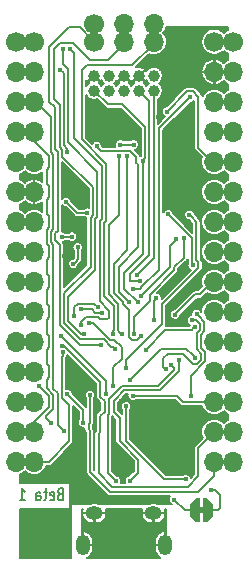
<source format=gbl>
G04 #@! TF.GenerationSoftware,KiCad,Pcbnew,5.0.2-bee76a0~70~ubuntu18.04.1*
G04 #@! TF.CreationDate,2018-12-18T09:47:30-08:00*
G04 #@! TF.ProjectId,Empyrean,456d7079-7265-4616-9e2e-6b696361645f,A*
G04 #@! TF.SameCoordinates,Original*
G04 #@! TF.FileFunction,Copper,L2,Bot*
G04 #@! TF.FilePolarity,Positive*
%FSLAX46Y46*%
G04 Gerber Fmt 4.6, Leading zero omitted, Abs format (unit mm)*
G04 Created by KiCad (PCBNEW 5.0.2-bee76a0~70~ubuntu18.04.1) date Tue 18 Dec 2018 09:47:30 AM PST*
%MOMM*%
%LPD*%
G01*
G04 APERTURE LIST*
G04 #@! TA.AperFunction,NonConductor*
%ADD10C,0.200000*%
G04 #@! TD*
G04 #@! TA.AperFunction,ComponentPad*
%ADD11C,1.000000*%
G04 #@! TD*
G04 #@! TA.AperFunction,ComponentPad*
%ADD12O,1.700000X1.700000*%
G04 #@! TD*
G04 #@! TA.AperFunction,ComponentPad*
%ADD13C,1.700000*%
G04 #@! TD*
G04 #@! TA.AperFunction,ComponentPad*
%ADD14O,1.450000X1.150000*%
G04 #@! TD*
G04 #@! TA.AperFunction,ComponentPad*
%ADD15O,1.200000X1.750000*%
G04 #@! TD*
G04 #@! TA.AperFunction,SMDPad,CuDef*
%ADD16R,1.000000X0.500000*%
G04 #@! TD*
G04 #@! TA.AperFunction,SMDPad,CuDef*
%ADD17R,0.300000X2.000000*%
G04 #@! TD*
G04 #@! TA.AperFunction,SMDPad,CuDef*
%ADD18C,0.500000*%
G04 #@! TD*
G04 #@! TA.AperFunction,Conductor*
%ADD19C,0.100000*%
G04 #@! TD*
G04 #@! TA.AperFunction,ViaPad*
%ADD20C,0.400000*%
G04 #@! TD*
G04 #@! TA.AperFunction,Conductor*
%ADD21C,0.200000*%
G04 #@! TD*
G04 #@! TA.AperFunction,Conductor*
%ADD22C,0.180000*%
G04 #@! TD*
G04 APERTURE END LIST*
D10*
X128761904Y-139828571D02*
X128647619Y-139876190D01*
X128609523Y-139923809D01*
X128571428Y-140019047D01*
X128571428Y-140161904D01*
X128609523Y-140257142D01*
X128647619Y-140304761D01*
X128723809Y-140352380D01*
X129028571Y-140352380D01*
X129028571Y-139352380D01*
X128761904Y-139352380D01*
X128685714Y-139400000D01*
X128647619Y-139447619D01*
X128609523Y-139542857D01*
X128609523Y-139638095D01*
X128647619Y-139733333D01*
X128685714Y-139780952D01*
X128761904Y-139828571D01*
X129028571Y-139828571D01*
X127923809Y-140304761D02*
X128000000Y-140352380D01*
X128152380Y-140352380D01*
X128228571Y-140304761D01*
X128266666Y-140209523D01*
X128266666Y-139828571D01*
X128228571Y-139733333D01*
X128152380Y-139685714D01*
X128000000Y-139685714D01*
X127923809Y-139733333D01*
X127885714Y-139828571D01*
X127885714Y-139923809D01*
X128266666Y-140019047D01*
X127657142Y-139685714D02*
X127352380Y-139685714D01*
X127542857Y-139352380D02*
X127542857Y-140209523D01*
X127504761Y-140304761D01*
X127428571Y-140352380D01*
X127352380Y-140352380D01*
X126742857Y-140352380D02*
X126742857Y-139828571D01*
X126780952Y-139733333D01*
X126857142Y-139685714D01*
X127009523Y-139685714D01*
X127085714Y-139733333D01*
X126742857Y-140304761D02*
X126819047Y-140352380D01*
X127009523Y-140352380D01*
X127085714Y-140304761D01*
X127123809Y-140209523D01*
X127123809Y-140114285D01*
X127085714Y-140019047D01*
X127009523Y-139971428D01*
X126819047Y-139971428D01*
X126742857Y-139923809D01*
X125333333Y-140352380D02*
X125790476Y-140352380D01*
X125561904Y-140352380D02*
X125561904Y-139352380D01*
X125638095Y-139495238D01*
X125714285Y-139590476D01*
X125790476Y-139638095D01*
D11*
G04 #@! TO.P,J2,10*
G04 #@! TO.N,RESET*
X131610000Y-105685000D03*
G04 #@! TO.P,J2,9*
G04 #@! TO.N,GND*
X131610000Y-104415000D03*
G04 #@! TO.P,J2,8*
G04 #@! TO.N,Net-(J2-Pad8)*
X132880000Y-105685000D03*
G04 #@! TO.P,J2,7*
G04 #@! TO.N,Net-(J2-Pad7)*
X132880000Y-104415000D03*
G04 #@! TO.P,J2,6*
G04 #@! TO.N,Net-(J2-Pad6)*
X134150000Y-105685000D03*
G04 #@! TO.P,J2,5*
G04 #@! TO.N,GND*
X134150000Y-104415000D03*
G04 #@! TO.P,J2,4*
G04 #@! TO.N,SWDCLK*
X135420000Y-105685000D03*
G04 #@! TO.P,J2,3*
G04 #@! TO.N,GND*
X135420000Y-104415000D03*
G04 #@! TO.P,J2,2*
G04 #@! TO.N,SWDIO*
X136690000Y-105685000D03*
G04 #@! TO.P,J2,1*
G04 #@! TO.N,+3.3V*
X136690000Y-104415000D03*
G04 #@! TD*
D12*
G04 #@! TO.P,J3,3*
G04 #@! TO.N,SPI_SCK*
X136690000Y-101550000D03*
G04 #@! TO.P,J3,2*
G04 #@! TO.N,SPI_MISO*
X134150000Y-101550000D03*
D13*
G04 #@! TO.P,J3,1*
G04 #@! TO.N,SPI_MOSI*
X131610000Y-101550000D03*
G04 #@! TD*
D12*
G04 #@! TO.P,REF\002A\002A,15*
G04 #@! TO.N,N/C*
X125010000Y-137110000D03*
G04 #@! TO.P,REF\002A\002A,14*
X125010000Y-134570000D03*
G04 #@! TO.P,REF\002A\002A,13*
X125010000Y-132030000D03*
G04 #@! TO.P,REF\002A\002A,12*
X125010000Y-129490000D03*
G04 #@! TO.P,REF\002A\002A,11*
X125010000Y-126950000D03*
G04 #@! TO.P,REF\002A\002A,10*
X125010000Y-124410000D03*
G04 #@! TO.P,REF\002A\002A,9*
X125010000Y-121870000D03*
G04 #@! TO.P,REF\002A\002A,8*
X125010000Y-119330000D03*
G04 #@! TO.P,REF\002A\002A,7*
X125010000Y-116790000D03*
G04 #@! TO.P,REF\002A\002A,6*
X125010000Y-114250000D03*
G04 #@! TO.P,REF\002A\002A,5*
X125010000Y-111710000D03*
G04 #@! TO.P,REF\002A\002A,4*
X125010000Y-109170000D03*
G04 #@! TO.P,REF\002A\002A,3*
X125010000Y-106630000D03*
G04 #@! TO.P,REF\002A\002A,2*
X125010000Y-104090000D03*
D13*
G04 #@! TO.P,REF\002A\002A,1*
X125010000Y-101550000D03*
G04 #@! TD*
G04 #@! TO.P,REF\002A\002A,1*
G04 #@! TO.N,N/C*
X143370000Y-101550000D03*
D12*
G04 #@! TO.P,REF\002A\002A,2*
X143370000Y-104090000D03*
G04 #@! TO.P,REF\002A\002A,3*
X143370000Y-106630000D03*
G04 #@! TO.P,REF\002A\002A,4*
X143370000Y-109170000D03*
G04 #@! TO.P,REF\002A\002A,5*
X143370000Y-111710000D03*
G04 #@! TO.P,REF\002A\002A,6*
X143370000Y-114250000D03*
G04 #@! TO.P,REF\002A\002A,7*
X143370000Y-116790000D03*
G04 #@! TO.P,REF\002A\002A,8*
X143370000Y-119330000D03*
G04 #@! TO.P,REF\002A\002A,9*
X143370000Y-121870000D03*
G04 #@! TO.P,REF\002A\002A,10*
X143370000Y-124410000D03*
G04 #@! TO.P,REF\002A\002A,11*
X143370000Y-126950000D03*
G04 #@! TO.P,REF\002A\002A,12*
X143370000Y-129490000D03*
G04 #@! TO.P,REF\002A\002A,13*
X143370000Y-132030000D03*
G04 #@! TO.P,REF\002A\002A,14*
X143370000Y-134570000D03*
G04 #@! TO.P,REF\002A\002A,15*
X143370000Y-137110000D03*
G04 #@! TD*
D13*
G04 #@! TO.P,J5,1*
G04 #@! TO.N,+3.3V*
X141800000Y-101550000D03*
D12*
G04 #@! TO.P,J5,2*
G04 #@! TO.N,GND*
X141800000Y-104090000D03*
G04 #@! TO.P,J5,3*
G04 #@! TO.N,RESET*
X141800000Y-106630000D03*
G04 #@! TO.P,J5,4*
G04 #@! TO.N,D13*
X141800000Y-109170000D03*
G04 #@! TO.P,J5,5*
G04 #@! TO.N,D12*
X141800000Y-111710000D03*
G04 #@! TO.P,J5,6*
G04 #@! TO.N,D11*
X141800000Y-114250000D03*
G04 #@! TO.P,J5,7*
G04 #@! TO.N,D10*
X141800000Y-116790000D03*
G04 #@! TO.P,J5,8*
G04 #@! TO.N,D9*
X141800000Y-119330000D03*
G04 #@! TO.P,J5,9*
G04 #@! TO.N,D8*
X141800000Y-121870000D03*
G04 #@! TO.P,J5,10*
G04 #@! TO.N,D7*
X141800000Y-124410000D03*
G04 #@! TO.P,J5,11*
G04 #@! TO.N,D6*
X141800000Y-126950000D03*
G04 #@! TO.P,J5,12*
G04 #@! TO.N,D5*
X141800000Y-129490000D03*
G04 #@! TO.P,J5,13*
G04 #@! TO.N,D4*
X141800000Y-132030000D03*
G04 #@! TO.P,J5,14*
G04 #@! TO.N,D3*
X141800000Y-134570000D03*
G04 #@! TO.P,J5,15*
G04 #@! TO.N,D2*
X141800000Y-137110000D03*
G04 #@! TD*
D13*
G04 #@! TO.P,J4,1*
G04 #@! TO.N,SCL*
X126550000Y-101550000D03*
D12*
G04 #@! TO.P,J4,2*
G04 #@! TO.N,SDA*
X126550000Y-104090000D03*
G04 #@! TO.P,J4,3*
G04 #@! TO.N,VUSB*
X126550000Y-106630000D03*
G04 #@! TO.P,J4,4*
G04 #@! TO.N,VIN*
X126550000Y-109170000D03*
G04 #@! TO.P,J4,5*
G04 #@! TO.N,+3.3V*
X126550000Y-111710000D03*
G04 #@! TO.P,J4,6*
G04 #@! TO.N,GND*
X126550000Y-114250000D03*
G04 #@! TO.P,J4,7*
G04 #@! TO.N,AREF*
X126550000Y-116790000D03*
G04 #@! TO.P,J4,8*
G04 #@! TO.N,A0*
X126550000Y-119330000D03*
G04 #@! TO.P,J4,9*
G04 #@! TO.N,A1*
X126550000Y-121870000D03*
G04 #@! TO.P,J4,10*
G04 #@! TO.N,A2*
X126550000Y-124410000D03*
G04 #@! TO.P,J4,11*
G04 #@! TO.N,A3*
X126550000Y-126950000D03*
G04 #@! TO.P,J4,12*
G04 #@! TO.N,A4*
X126550000Y-129490000D03*
G04 #@! TO.P,J4,13*
G04 #@! TO.N,A5*
X126550000Y-132030000D03*
G04 #@! TO.P,J4,14*
G04 #@! TO.N,D0/UART_RX*
X126550000Y-134570000D03*
G04 #@! TO.P,J4,15*
G04 #@! TO.N,D1/UART_TX*
X126550000Y-137110000D03*
G04 #@! TD*
D14*
G04 #@! TO.P,J1,6*
G04 #@! TO.N,Net-(C1-Pad2)*
X136650000Y-141450000D03*
X131650000Y-141450000D03*
D15*
X137650000Y-144150000D03*
X130650000Y-144150000D03*
G04 #@! TD*
D16*
G04 #@! TO.P,JP2,*
G04 #@! TO.N,*
X140700000Y-141200000D03*
D17*
G04 #@! TO.P,JP2,2*
G04 #@! TO.N,Net-(JP2-Pad2)*
X140380000Y-141200000D03*
G04 #@! TO.P,JP2,1*
G04 #@! TO.N,+3.3V*
X141020000Y-141200000D03*
D18*
X141400000Y-141200000D03*
D19*
G04 #@! TD*
G04 #@! TO.N,+3.3V*
G04 #@! TO.C,JP2*
G36*
X141650000Y-140700000D02*
X141650000Y-141700000D01*
X141150000Y-142200000D01*
X141150000Y-140200000D01*
X141650000Y-140700000D01*
X141650000Y-140700000D01*
G37*
D18*
G04 #@! TO.P,JP2,2*
G04 #@! TO.N,Net-(JP2-Pad2)*
X140000000Y-141200000D03*
D19*
G04 #@! TD*
G04 #@! TO.N,Net-(JP2-Pad2)*
G04 #@! TO.C,JP2*
G36*
X140250000Y-140200000D02*
X140250000Y-142200000D01*
X139750000Y-141700000D01*
X139750000Y-140700000D01*
X140250000Y-140200000D01*
X140250000Y-140200000D01*
G37*
D12*
G04 #@! TO.P,REF\002A\002A,3*
G04 #@! TO.N,N/C*
X136690000Y-100000000D03*
G04 #@! TO.P,REF\002A\002A,2*
X134150000Y-100000000D03*
D13*
G04 #@! TO.P,REF\002A\002A,1*
X131610000Y-100000000D03*
G04 #@! TD*
D20*
G04 #@! TO.N,GND*
X131639979Y-134132906D03*
X129200000Y-113550000D03*
X130550000Y-116950000D03*
X130821080Y-120328912D03*
X138739979Y-121344249D03*
X139295985Y-120448104D03*
X139600000Y-122250000D03*
X137850000Y-125450000D03*
X133750000Y-132550000D03*
X133250000Y-134350000D03*
X130600000Y-131450000D03*
X131950000Y-132300000D03*
X137300000Y-140550000D03*
X135700000Y-140550000D03*
X134850000Y-137250000D03*
X133250000Y-136900000D03*
X135450000Y-109000000D03*
X135450000Y-110800000D03*
X139270000Y-108460000D03*
X137668000Y-110200000D03*
X129100000Y-119700000D03*
X137000000Y-107900000D03*
X140450000Y-132850000D03*
X137050000Y-132050000D03*
X139650000Y-102850000D03*
X129200000Y-116500000D03*
G04 #@! TO.N,VIN*
X127994947Y-133822658D03*
G04 #@! TO.N,+3.3V*
X141500000Y-139500000D03*
X130694258Y-133786249D03*
X131030010Y-116016057D03*
X134335592Y-132400977D03*
X128750000Y-103900000D03*
X129250000Y-115105002D03*
X136900000Y-123250000D03*
X136700000Y-125100000D03*
X139400000Y-138600000D03*
X129366053Y-110900000D03*
X129366053Y-131407517D03*
G04 #@! TO.N,TX_LED*
X131846605Y-110380352D03*
X134563544Y-123581042D03*
G04 #@! TO.N,RX_LED*
X134900000Y-122450000D03*
X139750000Y-106250000D03*
G04 #@! TO.N,DM*
X133450000Y-138700000D03*
X138150000Y-128950000D03*
G04 #@! TO.N,DP*
X138822218Y-128473682D03*
X134650000Y-138700000D03*
G04 #@! TO.N,Net-(J1-Pad4)*
X139979398Y-120458066D03*
X139800000Y-131549990D03*
X137900000Y-116150000D03*
X140300000Y-124600000D03*
G04 #@! TO.N,SWDIO*
X135272367Y-121270430D03*
G04 #@! TO.N,SWDCLK*
X135475583Y-121813666D03*
G04 #@! TO.N,RESET*
X135300000Y-123575022D03*
X135750001Y-111600000D03*
G04 #@! TO.N,SPI_MOSI*
X132233461Y-127224937D03*
G04 #@! TO.N,SPI_MISO*
X133401569Y-127551569D03*
G04 #@! TO.N,SPI_SCK*
X133215190Y-126280010D03*
G04 #@! TO.N,SCL*
X130509706Y-125529536D03*
X129600000Y-102150000D03*
G04 #@! TO.N,SDA*
X130798124Y-126255381D03*
X129000000Y-102150000D03*
G04 #@! TO.N,AREF*
X129756077Y-118050000D03*
X128900000Y-118050000D03*
G04 #@! TO.N,A0*
X129861068Y-120350009D03*
X130235011Y-118950000D03*
G04 #@! TO.N,A5*
X131193607Y-125324473D03*
X133226007Y-130718112D03*
G04 #@! TO.N,D0/UART_RX*
X126970635Y-130683848D03*
G04 #@! TO.N,D1/UART_TX*
X128950010Y-127845532D03*
G04 #@! TO.N,D13*
X133850000Y-110249980D03*
X134969990Y-110250000D03*
X133700000Y-111250000D03*
X133960171Y-126280010D03*
G04 #@! TO.N,D12*
X134450000Y-111250000D03*
X135595967Y-126429614D03*
X137800000Y-107450000D03*
G04 #@! TO.N,D11*
X139700000Y-116200000D03*
X134362771Y-129137228D03*
G04 #@! TO.N,D10*
X135035581Y-126280010D03*
X139208312Y-118169425D03*
G04 #@! TO.N,D9*
X135626686Y-123050012D03*
X131919467Y-123998304D03*
X138583437Y-118254464D03*
X129910043Y-124750000D03*
G04 #@! TO.N,D8*
X138482116Y-124642874D03*
X132269990Y-124495839D03*
X130520898Y-124201442D03*
G04 #@! TO.N,D7*
X137698201Y-129290734D03*
X139910918Y-125136394D03*
G04 #@! TO.N,D6*
X136000000Y-127600000D03*
X140132201Y-125701134D03*
G04 #@! TO.N,D5*
X134652921Y-130175333D03*
X140186181Y-128301332D03*
G04 #@! TO.N,D4*
X134894193Y-131515355D03*
X132633618Y-131363604D03*
X128830010Y-126443867D03*
G04 #@! TO.N,D3*
X128913296Y-127279917D03*
G04 #@! TO.N,D2*
X131269990Y-131444067D03*
G04 #@! TO.N,Net-(JP2-Pad2)*
X138400000Y-140300000D03*
G04 #@! TO.N,VUSB*
X129050000Y-134510000D03*
G04 #@! TD*
D21*
G04 #@! TO.N,GND*
X131739979Y-132510021D02*
X131739979Y-134032906D01*
X131950000Y-132300000D02*
X131739979Y-132510021D01*
X131739979Y-134032906D02*
X131639979Y-134132906D01*
X130821080Y-120328912D02*
X130821080Y-117221080D01*
X130821080Y-117221080D02*
X130550000Y-116950000D01*
X139295985Y-120730946D02*
X139295985Y-120448104D01*
X139295985Y-120788243D02*
X139295985Y-120730946D01*
X138739979Y-121344249D02*
X139295985Y-120788243D01*
X137850000Y-125167158D02*
X137850000Y-124000000D01*
X137850000Y-124000000D02*
X139600000Y-122250000D01*
X137850000Y-125450000D02*
X137850000Y-125167158D01*
X133750000Y-132550000D02*
X133750000Y-132000000D01*
X133950000Y-131800000D02*
X134500000Y-131800000D01*
X134500000Y-131800000D02*
X134700000Y-132000000D01*
X133750000Y-132000000D02*
X133950000Y-131800000D01*
X134700000Y-132000000D02*
X137000000Y-132000000D01*
X131750001Y-130962375D02*
X131750001Y-132100001D01*
X131067158Y-130700000D02*
X131487626Y-130700000D01*
X130600000Y-131450000D02*
X130600000Y-131167158D01*
X131750001Y-132100001D02*
X131950000Y-132300000D01*
X131487626Y-130700000D02*
X131750001Y-130962375D01*
X130600000Y-131167158D02*
X131067158Y-130700000D01*
X133250000Y-136900000D02*
X133250000Y-134350000D01*
X135700000Y-140550000D02*
X137300000Y-140550000D01*
X133250000Y-136900000D02*
X134500000Y-136900000D01*
X134500000Y-136900000D02*
X134850000Y-137250000D01*
X135450000Y-110800000D02*
X135450000Y-109000000D01*
G04 #@! TO.N,VIN*
X127599989Y-118638565D02*
X127826010Y-118864586D01*
X127826010Y-127415414D02*
X127599989Y-127641435D01*
X127826010Y-124875414D02*
X127599989Y-125101435D01*
X126550000Y-109968576D02*
X127826010Y-111244586D01*
X127599989Y-122561435D02*
X127599989Y-123718565D01*
X127572132Y-133399843D02*
X127794948Y-133622659D01*
X127599989Y-121178565D02*
X127826010Y-121404586D01*
X127599989Y-120021435D02*
X127599989Y-121178565D01*
X127826010Y-114715414D02*
X127599989Y-114941435D01*
X127599989Y-123718565D02*
X127826010Y-123944586D01*
X127826010Y-117255414D02*
X127599989Y-117481435D01*
X127599989Y-113558565D02*
X127826010Y-113784586D01*
X127826010Y-121404586D02*
X127826010Y-122335414D01*
X127826010Y-118864586D02*
X127826010Y-119795414D01*
X127826010Y-119795414D02*
X127599989Y-120021435D01*
X128186015Y-132644538D02*
X127572132Y-133258422D01*
X127794948Y-133622659D02*
X127994947Y-133822658D01*
X127826010Y-123944586D02*
X127826010Y-124875414D01*
X128186015Y-131415468D02*
X128186015Y-132644538D01*
X127599989Y-117481435D02*
X127599989Y-118638565D01*
X127599989Y-130829443D02*
X128186015Y-131415468D01*
X127826010Y-129024586D02*
X127826010Y-129955414D01*
X127599989Y-112401435D02*
X127599989Y-113558565D01*
X127826010Y-112175414D02*
X127599989Y-112401435D01*
X127826010Y-122335414D02*
X127599989Y-122561435D01*
X127599989Y-128798565D02*
X127826010Y-129024586D01*
X127826010Y-111244586D02*
X127826010Y-112175414D01*
X127599989Y-127641435D02*
X127599989Y-128798565D01*
X127826010Y-126484586D02*
X127826010Y-127415414D01*
X127826010Y-113784586D02*
X127826010Y-114715414D01*
X127599989Y-125101435D02*
X127599989Y-126258565D01*
X127826010Y-129955414D02*
X127599989Y-130181435D01*
X127599989Y-116098565D02*
X127826010Y-116324586D01*
X127599989Y-114941435D02*
X127599989Y-116098565D01*
X127572132Y-133258422D02*
X127572132Y-133399843D01*
X127599989Y-126258565D02*
X127826010Y-126484586D01*
X127599989Y-130181435D02*
X127599989Y-130829443D01*
X126550000Y-109170000D02*
X126550000Y-109968576D01*
X127826010Y-116324586D02*
X127826010Y-117255414D01*
G04 #@! TO.N,+3.3V*
X141500000Y-139500000D02*
X141520000Y-139520000D01*
X129250000Y-115105002D02*
X130161055Y-116016057D01*
X130747168Y-116016057D02*
X131030010Y-116016057D01*
X130161055Y-116016057D02*
X130747168Y-116016057D01*
X137572998Y-138600000D02*
X134335592Y-135362594D01*
X134335592Y-135362594D02*
X134335592Y-132683819D01*
X134335592Y-132683819D02*
X134335592Y-132400977D01*
X139400000Y-138600000D02*
X137572998Y-138600000D01*
X136700000Y-125100000D02*
X136700000Y-123450000D01*
X136700000Y-123450000D02*
X136900000Y-123250000D01*
X141500000Y-139500000D02*
X141850000Y-139500000D01*
X141850000Y-139500000D02*
X142300000Y-139950000D01*
X142300000Y-139950000D02*
X142300000Y-141050000D01*
X142150000Y-141200000D02*
X141480001Y-141200000D01*
X142300000Y-141050000D02*
X142150000Y-141200000D01*
X129366053Y-110617158D02*
X129366053Y-110900000D01*
X129060033Y-104210033D02*
X129060033Y-110311138D01*
X128750000Y-103900000D02*
X129060033Y-104210033D01*
X130694258Y-133786249D02*
X130694258Y-132735722D01*
X130694258Y-132735722D02*
X129566052Y-131607516D01*
X129060033Y-110311138D02*
X129366053Y-110617158D01*
X129566052Y-131607516D02*
X129366053Y-131407517D01*
G04 #@! TO.N,TX_LED*
X133724979Y-120575021D02*
X135339970Y-118960030D01*
X134659596Y-110769998D02*
X132236251Y-110769998D01*
X132236251Y-110769998D02*
X132046604Y-110580351D01*
X132046604Y-110580351D02*
X131846605Y-110380352D01*
X133724979Y-122742477D02*
X133724979Y-120575021D01*
X134563544Y-123581042D02*
X133724979Y-122742477D01*
X135339970Y-111920772D02*
X135189999Y-111770801D01*
X135189999Y-111770801D02*
X135189999Y-111300401D01*
X135189999Y-111300401D02*
X134659596Y-110769998D01*
X135339970Y-118960030D02*
X135339970Y-111920772D01*
G04 #@! TO.N,RX_LED*
X134900000Y-122450000D02*
X135511331Y-122450000D01*
X135711853Y-122249478D02*
X135718609Y-122249478D01*
X135718609Y-122249478D02*
X137140010Y-120828077D01*
X137140010Y-120828077D02*
X137140010Y-108859990D01*
X135511331Y-122450000D02*
X135711853Y-122249478D01*
X137140010Y-108859990D02*
X139750000Y-106250000D01*
G04 #@! TO.N,DM*
X132889979Y-131785189D02*
X134019824Y-130655344D01*
X132770000Y-138020000D02*
X132770000Y-133157794D01*
X132889979Y-133037815D02*
X132889979Y-131785189D01*
X138349999Y-129349338D02*
X138349999Y-129149999D01*
X138349999Y-129149999D02*
X138150000Y-128950000D01*
X134019824Y-130655344D02*
X137043993Y-130655344D01*
X133450000Y-138700000D02*
X132770000Y-138020000D01*
X137043993Y-130655344D02*
X138349999Y-129349338D01*
X132770000Y-133157794D02*
X132889979Y-133037815D01*
G04 #@! TO.N,DP*
X138822218Y-128756524D02*
X138822218Y-128473682D01*
X134177230Y-131035354D02*
X137201399Y-131035354D01*
X133369990Y-131842594D02*
X134177230Y-131035354D01*
X133269989Y-131992595D02*
X133369989Y-131892595D01*
X137201399Y-131035354D02*
X138822218Y-129414535D01*
X133780002Y-135369598D02*
X133780002Y-133390404D01*
X135330002Y-138019998D02*
X135330002Y-136919598D01*
X134650000Y-138700000D02*
X135330002Y-138019998D01*
X133780002Y-133390404D02*
X133269989Y-132880391D01*
X138822218Y-129414535D02*
X138822218Y-128756524D01*
X133369989Y-131892595D02*
X133369990Y-131842594D01*
X133269989Y-132880391D02*
X133269989Y-131992595D01*
X135330002Y-136919598D02*
X133780002Y-135369598D01*
G04 #@! TO.N,Net-(J1-Pad4)*
X139900126Y-120378794D02*
X139979398Y-120458066D01*
X137900000Y-116150000D02*
X139900126Y-118150126D01*
X139900126Y-118150126D02*
X139900126Y-120378794D01*
X141052851Y-127830075D02*
X140670014Y-127447238D01*
X140499999Y-124799999D02*
X140300000Y-124600000D01*
X140670014Y-127447238D02*
X140670014Y-126353253D01*
X140952211Y-125252211D02*
X140499999Y-124799999D01*
X139800000Y-129847198D02*
X141052852Y-128594346D01*
X139800000Y-131549990D02*
X139800000Y-129847198D01*
X140952211Y-126071056D02*
X140952211Y-125252211D01*
X141052852Y-128594346D02*
X141052851Y-127830075D01*
X140670014Y-126353253D02*
X140952211Y-126071056D01*
G04 #@! TO.N,SWDIO*
X135472366Y-121070431D02*
X135272367Y-121270430D01*
X136690000Y-119852797D02*
X135472366Y-121070431D01*
X136690000Y-111345234D02*
X136690000Y-119852797D01*
X136690022Y-111345212D02*
X136690000Y-111345234D01*
X136690022Y-108454786D02*
X136690022Y-111345212D01*
X136690000Y-108454764D02*
X136690022Y-108454786D01*
X136690000Y-105685000D02*
X136690000Y-108454764D01*
G04 #@! TO.N,SWDCLK*
X136310012Y-106575012D02*
X136310012Y-111620790D01*
X134636664Y-121813666D02*
X135192741Y-121813666D01*
X135420000Y-105685000D02*
X136310012Y-106575012D01*
X134624999Y-121802001D02*
X134636664Y-121813666D01*
X134624999Y-121238960D02*
X134624999Y-121802001D01*
X135192741Y-121813666D02*
X135475583Y-121813666D01*
X136310012Y-111620790D02*
X136239990Y-111690812D01*
X136239990Y-119623969D02*
X134624999Y-121238960D01*
X136239990Y-111690812D02*
X136239990Y-119623969D01*
G04 #@! TO.N,RESET*
X131610000Y-105685000D02*
X132775000Y-106850000D01*
X135750001Y-119513589D02*
X135750001Y-111882842D01*
X135750001Y-111882842D02*
X135750001Y-111600000D01*
X135950000Y-108789596D02*
X135950000Y-111400001D01*
X134174989Y-122450011D02*
X134174989Y-121088601D01*
X134174989Y-121088601D02*
X135750001Y-119513589D01*
X135950000Y-111400001D02*
X135750001Y-111600000D01*
X135300000Y-123575022D02*
X134174989Y-122450011D01*
X134010404Y-106850000D02*
X135950000Y-108789596D01*
X132775000Y-106850000D02*
X134010404Y-106850000D01*
G04 #@! TO.N,SPI_MOSI*
X131610000Y-101550000D02*
X130395010Y-100335010D01*
X130434069Y-127224937D02*
X131950619Y-127224937D01*
X128546032Y-117553656D02*
X128340011Y-117759677D01*
X130395010Y-100335010D02*
X129517170Y-100335010D01*
X127846010Y-102006170D02*
X127846010Y-106606878D01*
X128340011Y-110630879D02*
X128546032Y-110836900D01*
X131950619Y-127224937D02*
X132233461Y-127224937D01*
X128546032Y-110836900D02*
X128546032Y-117553656D01*
X128730011Y-118750323D02*
X128730011Y-125520879D01*
X128340011Y-117759677D02*
X128340011Y-118360323D01*
X128730011Y-125520879D02*
X130434069Y-127224937D01*
X128340011Y-118360323D02*
X128730011Y-118750323D01*
X127846010Y-106606878D02*
X128340011Y-107100879D01*
X128340011Y-107100879D02*
X128340011Y-110630879D01*
X129517170Y-100335010D02*
X127846010Y-102006170D01*
G04 #@! TO.N,SPI_MISO*
X133038932Y-127351570D02*
X132422744Y-126735382D01*
X132762411Y-103089989D02*
X134150000Y-101702400D01*
X134150000Y-101702400D02*
X134150000Y-101550000D01*
X133401569Y-127551569D02*
X133201570Y-127351570D01*
X128906043Y-110687779D02*
X128700022Y-110481758D01*
X131330001Y-120580401D02*
X131330001Y-116426468D01*
X131510011Y-113870415D02*
X128906043Y-111266447D01*
X130453646Y-126735382D02*
X129090022Y-125371758D01*
X133201570Y-127351570D02*
X133038932Y-127351570D01*
X129090022Y-122820380D02*
X131330001Y-120580401D01*
X128226021Y-102163575D02*
X128719598Y-101669998D01*
X128700022Y-106881758D02*
X128226021Y-106407757D01*
X132422744Y-126735382D02*
X130453646Y-126735382D01*
X131250393Y-103089989D02*
X132762411Y-103089989D01*
X128226021Y-106407757D02*
X128226021Y-102163575D01*
X131510011Y-116246458D02*
X131510011Y-113870415D01*
X128719598Y-101669998D02*
X129830402Y-101669998D01*
X129090022Y-125371758D02*
X129090022Y-122820380D01*
X131330001Y-116426468D02*
X131510011Y-116246458D01*
X128906043Y-111266447D02*
X128906043Y-110687779D01*
X129830402Y-101669998D02*
X131250393Y-103089989D01*
X128700022Y-110481758D02*
X128700022Y-106881758D01*
G04 #@! TO.N,SPI_SCK*
X130600000Y-103950000D02*
X130600000Y-109812584D01*
X133280011Y-123892595D02*
X133280011Y-125932347D01*
X132470033Y-123082616D02*
X133280011Y-123892595D01*
X133280011Y-125932347D02*
X133215190Y-125997168D01*
X133215190Y-125997168D02*
X133215190Y-126280010D01*
X132650042Y-116718675D02*
X132470033Y-116898684D01*
X131010001Y-103539999D02*
X130600000Y-103950000D01*
X136690000Y-101702400D02*
X134852401Y-103539999D01*
X132470033Y-116898684D02*
X132470033Y-123082616D01*
X130600000Y-109812584D02*
X132650042Y-111862626D01*
X136690000Y-101550000D02*
X136690000Y-101702400D01*
X132650042Y-111862626D02*
X132650042Y-116718675D01*
X134852401Y-103539999D02*
X131010001Y-103539999D01*
G04 #@! TO.N,SCL*
X130509706Y-125246694D02*
X130509706Y-125529536D01*
X132113747Y-125050000D02*
X131922063Y-124858316D01*
X132270032Y-116561269D02*
X132090023Y-116741278D01*
X131531661Y-124858316D02*
X131506661Y-124833316D01*
X130923084Y-124833316D02*
X130509706Y-125246694D01*
X131506661Y-124833316D02*
X130923084Y-124833316D01*
X131922063Y-124858316D02*
X131531661Y-124858316D01*
X132900000Y-124900000D02*
X132750000Y-125050000D01*
X132090022Y-123490022D02*
X132900000Y-124300000D01*
X132270032Y-112020032D02*
X132270032Y-116561269D01*
X129937808Y-109687808D02*
X132270032Y-112020032D01*
X129937808Y-102487808D02*
X129937808Y-109687808D01*
X132090023Y-116741278D02*
X132090022Y-123490022D01*
X132750000Y-125050000D02*
X132113747Y-125050000D01*
X132900000Y-124300000D02*
X132900000Y-124900000D01*
X129600000Y-102150000D02*
X129937808Y-102487808D01*
G04 #@! TO.N,SDA*
X131890022Y-116403863D02*
X131710012Y-116583873D01*
X131890022Y-112540022D02*
X131890022Y-116403863D01*
X129000000Y-102150000D02*
X129000000Y-103439598D01*
X129420044Y-103859642D02*
X129420044Y-110070044D01*
X131710012Y-116583873D02*
X131710012Y-120904144D01*
X129450033Y-123164123D02*
X129450033Y-125190132D01*
X130515282Y-126255381D02*
X130798124Y-126255381D01*
X129000000Y-103439598D02*
X129420044Y-103859642D01*
X129420044Y-110070044D02*
X131890022Y-112540022D01*
X129450033Y-125190132D02*
X130515282Y-126255381D01*
X131710012Y-120904144D02*
X129450033Y-123164123D01*
G04 #@! TO.N,AREF*
X129756077Y-118050000D02*
X128835344Y-118050000D01*
X128835344Y-118050000D02*
X128800021Y-118014677D01*
G04 #@! TO.N,A0*
X130061067Y-120150010D02*
X129861068Y-120350009D01*
X130235011Y-119976066D02*
X130061067Y-120150010D01*
X130235011Y-118950000D02*
X130235011Y-119976066D01*
G04 #@! TO.N,A5*
X133950000Y-128363590D02*
X133950000Y-127388219D01*
X133226007Y-129087583D02*
X133950000Y-128363590D01*
X133226007Y-130718112D02*
X133226007Y-129087583D01*
X131476449Y-125324473D02*
X131193607Y-125324473D01*
X131557315Y-125324473D02*
X131476449Y-125324473D01*
X132992853Y-126760011D02*
X131557315Y-125324473D01*
X133321792Y-126760011D02*
X132992853Y-126760011D01*
X133950000Y-127388219D02*
X133321792Y-126760011D01*
X133204522Y-130718112D02*
X133226007Y-130718112D01*
X126702400Y-132030000D02*
X126550000Y-132030000D01*
G04 #@! TO.N,D0/UART_RX*
X126970635Y-130709219D02*
X126970635Y-130683848D01*
X126550000Y-134570000D02*
X126550000Y-133771422D01*
X127826005Y-132495417D02*
X127826005Y-131564589D01*
X126550000Y-133771422D02*
X127826005Y-132495417D01*
X127826005Y-131564589D02*
X126970635Y-130709219D01*
G04 #@! TO.N,D1/UART_TX*
X128950010Y-128128374D02*
X128950010Y-127845532D01*
X128906043Y-128172341D02*
X128950010Y-128128374D01*
X127766000Y-137110000D02*
X129530001Y-135345999D01*
X128906043Y-131666911D02*
X128906043Y-128172341D01*
X129530001Y-132290869D02*
X128906043Y-131666911D01*
X126550000Y-137110000D02*
X127766000Y-137110000D01*
X129530001Y-135345999D02*
X129530001Y-132290869D01*
G04 #@! TO.N,D13*
X134969970Y-110249980D02*
X133850000Y-110249980D01*
X134969970Y-110249980D02*
X134969990Y-110250000D01*
X133660022Y-125979861D02*
X133760172Y-126080011D01*
X133660022Y-123735190D02*
X133660022Y-125979861D01*
X132850044Y-117056089D02*
X132850044Y-122925211D01*
X132850044Y-122925211D02*
X133660022Y-123735190D01*
X133700000Y-116206133D02*
X132850044Y-117056089D01*
X133700000Y-111250000D02*
X133700000Y-116206133D01*
X133760172Y-126080011D02*
X133960171Y-126280010D01*
G04 #@! TO.N,D12*
X134450000Y-111250000D02*
X134450000Y-119213590D01*
X134805179Y-126760012D02*
X135265569Y-126760012D01*
X134040033Y-123577785D02*
X134040033Y-123777784D01*
X135265569Y-126760012D02*
X135395968Y-126629613D01*
X135395968Y-126629613D02*
X135595967Y-126429614D01*
X134555579Y-126510412D02*
X134805179Y-126760012D01*
X133274970Y-120388620D02*
X133274970Y-122812722D01*
X134450000Y-119213590D02*
X133274970Y-120388620D01*
X134040033Y-123777784D02*
X134555579Y-124293331D01*
X133274970Y-122812722D02*
X134040033Y-123577785D01*
X134555579Y-124293331D02*
X134555579Y-126510412D01*
X137800000Y-107450000D02*
X139525001Y-105724999D01*
X139525001Y-105724999D02*
X140002001Y-105724999D01*
X140458990Y-110521390D02*
X141647600Y-111710000D01*
X140002001Y-105724999D02*
X140458990Y-106181988D01*
X140458990Y-106181988D02*
X140458990Y-110521390D01*
X141647600Y-111710000D02*
X141800000Y-111710000D01*
G04 #@! TO.N,D11*
X140287024Y-120055290D02*
X140287024Y-116787024D01*
X139899999Y-116399999D02*
X139700000Y-116200000D01*
X140287024Y-116787024D02*
X139899999Y-116399999D01*
X140459399Y-120227665D02*
X140287024Y-120055290D01*
X137369999Y-123777867D02*
X140459399Y-120688467D01*
X137369999Y-125457001D02*
X137369999Y-123777867D01*
X134362771Y-129137228D02*
X134362771Y-128464229D01*
X134362771Y-128464229D02*
X137369999Y-125457001D01*
X140459399Y-120688467D02*
X140459399Y-120227665D01*
X141647600Y-114250000D02*
X141800000Y-114250000D01*
G04 #@! TO.N,D10*
X138419989Y-120619607D02*
X138419989Y-120869609D01*
X139208312Y-118169425D02*
X139208312Y-119831284D01*
X136319989Y-122969609D02*
X136319989Y-123533315D01*
X139208312Y-119831284D02*
X138419989Y-120619607D01*
X138419989Y-120869609D02*
X136319989Y-122969609D01*
X136319989Y-123533315D02*
X135035581Y-124817723D01*
X135035581Y-124817723D02*
X135035581Y-125997168D01*
X135035581Y-125997168D02*
X135035581Y-126280010D01*
G04 #@! TO.N,D9*
X138039978Y-120636720D02*
X138039978Y-118797923D01*
X135626686Y-123050012D02*
X138039978Y-120636720D01*
X138383438Y-118454463D02*
X138583437Y-118254464D01*
X138039978Y-118797923D02*
X138383438Y-118454463D01*
X129910043Y-124467158D02*
X129910043Y-124750000D01*
X129910043Y-124039957D02*
X129910043Y-124467158D01*
X131642603Y-123721440D02*
X130228560Y-123721440D01*
X131919467Y-123998304D02*
X131642603Y-123721440D01*
X130228560Y-123721440D02*
X129910043Y-124039957D01*
G04 #@! TO.N,D8*
X138682115Y-124442875D02*
X138482116Y-124642874D01*
X140191390Y-122933600D02*
X138682115Y-124442875D01*
X140584000Y-122933600D02*
X140191390Y-122933600D01*
X141647600Y-121870000D02*
X140584000Y-122933600D01*
X141800000Y-121870000D02*
X141647600Y-121870000D01*
X131689066Y-124478305D02*
X132252456Y-124478305D01*
X131412203Y-124201442D02*
X131689066Y-124478305D01*
X132252456Y-124478305D02*
X132269990Y-124495839D01*
X130520898Y-124201442D02*
X131412203Y-124201442D01*
G04 #@! TO.N,D7*
X139977273Y-128808077D02*
X140329989Y-128808077D01*
X140329989Y-128808077D02*
X140692841Y-128445225D01*
X140310003Y-127596359D02*
X140310003Y-126204132D01*
X140310003Y-126204132D02*
X140592202Y-125921935D01*
X140248261Y-125136394D02*
X140193760Y-125136394D01*
X140193760Y-125136394D02*
X139910918Y-125136394D01*
X137498202Y-128351798D02*
X137900000Y-127950000D01*
X137698201Y-129290734D02*
X137498202Y-129090735D01*
X139119196Y-127950000D02*
X139977273Y-128808077D01*
X140592202Y-125921935D02*
X140592202Y-125480333D01*
X140592202Y-125480333D02*
X140248261Y-125136394D01*
X137900000Y-127950000D02*
X139119196Y-127950000D01*
X140692841Y-128445225D02*
X140692841Y-127979197D01*
X137498202Y-129090735D02*
X137498202Y-128351798D01*
X140692841Y-127979197D02*
X140310003Y-127596359D01*
G04 #@! TO.N,D6*
X139903334Y-125930001D02*
X139932202Y-125901133D01*
X136000000Y-127600000D02*
X137669999Y-125930001D01*
X137669999Y-125930001D02*
X139903334Y-125930001D01*
X139932202Y-125901133D02*
X140132201Y-125701134D01*
G04 #@! TO.N,D5*
X141647600Y-129490000D02*
X141800000Y-129490000D01*
X137314043Y-127514211D02*
X139399060Y-127514211D01*
X134652921Y-130175333D02*
X137314043Y-127514211D01*
X139986182Y-128101333D02*
X140186181Y-128301332D01*
X139399060Y-127514211D02*
X139986182Y-128101333D01*
G04 #@! TO.N,D4*
X135177035Y-131515355D02*
X134894193Y-131515355D01*
X139130000Y-132030000D02*
X138615355Y-131515355D01*
X138615355Y-131515355D02*
X135177035Y-131515355D01*
X141800000Y-132030000D02*
X139130000Y-132030000D01*
X141647600Y-132030000D02*
X141800000Y-132030000D01*
X132633618Y-131363604D02*
X132633618Y-130247475D01*
X129030009Y-126643866D02*
X128830010Y-126443867D01*
X132633618Y-130247475D02*
X129030009Y-126643866D01*
G04 #@! TO.N,D3*
X132000000Y-138050000D02*
X132000000Y-134712584D01*
X139552001Y-139225001D02*
X133175001Y-139225001D01*
X141800000Y-134570000D02*
X140458990Y-135911010D01*
X140458990Y-138318012D02*
X139552001Y-139225001D01*
X132509978Y-131950368D02*
X132153616Y-131594006D01*
X132153616Y-131594006D02*
X132153616Y-130368336D01*
X132153616Y-130368336D02*
X129065197Y-127279917D01*
X132509978Y-132860428D02*
X132509978Y-131950368D01*
X129065197Y-127279917D02*
X128913296Y-127279917D01*
X133175001Y-139225001D02*
X132000000Y-138050000D01*
X132000000Y-134712584D02*
X132119989Y-134592595D01*
X140458990Y-135911010D02*
X140458990Y-138318012D01*
X132119989Y-134592595D02*
X132119989Y-133250417D01*
X132119989Y-133250417D02*
X132509978Y-132860428D01*
G04 #@! TO.N,D2*
X141800000Y-137110000D02*
X141800000Y-138312081D01*
X131280001Y-137943413D02*
X131280001Y-134483330D01*
X141800000Y-138312081D02*
X140437070Y-139675011D01*
X131159978Y-133902505D02*
X131269990Y-133792493D01*
X131159978Y-134363307D02*
X131159978Y-133902505D01*
X140437070Y-139675011D02*
X133011599Y-139675011D01*
X131269990Y-133792493D02*
X131269990Y-131726909D01*
X133011599Y-139675011D02*
X131280001Y-137943413D01*
X131269990Y-131726909D02*
X131269990Y-131444067D01*
X131280001Y-134483330D02*
X131159978Y-134363307D01*
G04 #@! TO.N,Net-(JP2-Pad2)*
X139300000Y-141200000D02*
X138400000Y-140300000D01*
X139300000Y-141200000D02*
X139919999Y-141200000D01*
G04 #@! TO.N,VUSB*
X127960000Y-117630556D02*
X128186021Y-117404535D01*
X127960000Y-118489444D02*
X127960000Y-117630556D01*
X128186021Y-118715465D02*
X127960000Y-118489444D01*
X128186021Y-130906342D02*
X128186021Y-118715465D01*
X129050000Y-134510000D02*
X128546026Y-134006026D01*
X128186021Y-111095465D02*
X127960000Y-110869444D01*
X128546026Y-134006026D02*
X128546026Y-131266347D01*
X128186021Y-117404535D02*
X128186021Y-111095465D01*
X128546026Y-131266347D02*
X128186021Y-130906342D01*
X126702400Y-106630000D02*
X126550000Y-106630000D01*
X127960000Y-107887600D02*
X126702400Y-106630000D01*
X127960000Y-110869444D02*
X127960000Y-107887600D01*
G04 #@! TD*
G04 #@! TO.N,Net-(C1-Pad2)*
G36*
X130682039Y-141138249D02*
X130640036Y-141288483D01*
X130700391Y-141425000D01*
X131625000Y-141425000D01*
X131625000Y-141405000D01*
X131675000Y-141405000D01*
X131675000Y-141425000D01*
X132599609Y-141425000D01*
X132659964Y-141288483D01*
X132617961Y-141138249D01*
X132598901Y-141100000D01*
X135701099Y-141100000D01*
X135682039Y-141138249D01*
X135640036Y-141288483D01*
X135700391Y-141425000D01*
X136625000Y-141425000D01*
X136625000Y-141405000D01*
X136675000Y-141405000D01*
X136675000Y-141425000D01*
X137599609Y-141425000D01*
X137659964Y-141288483D01*
X137617961Y-141138249D01*
X137598901Y-141100000D01*
X137700000Y-141100000D01*
X137700000Y-143000000D01*
X137701921Y-143019509D01*
X137707120Y-143036645D01*
X137675000Y-143050379D01*
X137675000Y-144125000D01*
X137695000Y-144125000D01*
X137695000Y-144175000D01*
X137675000Y-144175000D01*
X137675000Y-144195000D01*
X137625000Y-144195000D01*
X137625000Y-144175000D01*
X136750000Y-144175000D01*
X136750000Y-144450000D01*
X136772171Y-144625101D01*
X136828076Y-144792512D01*
X136915567Y-144945800D01*
X137031282Y-145079074D01*
X137170774Y-145187212D01*
X137246453Y-145225000D01*
X131053547Y-145225000D01*
X131129226Y-145187212D01*
X131268718Y-145079074D01*
X131384433Y-144945800D01*
X131471924Y-144792512D01*
X131527829Y-144625101D01*
X131550000Y-144450000D01*
X131550000Y-144175000D01*
X130675000Y-144175000D01*
X130675000Y-144195000D01*
X130625000Y-144195000D01*
X130625000Y-144175000D01*
X130605000Y-144175000D01*
X130605000Y-144125000D01*
X130625000Y-144125000D01*
X130625000Y-143050379D01*
X130675000Y-143050379D01*
X130675000Y-144125000D01*
X131550000Y-144125000D01*
X131550000Y-143850000D01*
X136750000Y-143850000D01*
X136750000Y-144125000D01*
X137625000Y-144125000D01*
X137625000Y-143050379D01*
X137484571Y-142990334D01*
X137328682Y-143033941D01*
X137170774Y-143112788D01*
X137031282Y-143220926D01*
X136915567Y-143354200D01*
X136828076Y-143507488D01*
X136772171Y-143674899D01*
X136750000Y-143850000D01*
X131550000Y-143850000D01*
X131527829Y-143674899D01*
X131471924Y-143507488D01*
X131384433Y-143354200D01*
X131268718Y-143220926D01*
X131129226Y-143112788D01*
X130971318Y-143033941D01*
X130815429Y-142990334D01*
X130675000Y-143050379D01*
X130625000Y-143050379D01*
X130592880Y-143036645D01*
X130598079Y-143019509D01*
X130600000Y-143000000D01*
X130600000Y-141611517D01*
X130640036Y-141611517D01*
X130682039Y-141761751D01*
X130758575Y-141915337D01*
X130863604Y-142051041D01*
X130993089Y-142163647D01*
X131142055Y-142248828D01*
X131304776Y-142303310D01*
X131475000Y-142325000D01*
X131625000Y-142325000D01*
X131625000Y-141475000D01*
X131675000Y-141475000D01*
X131675000Y-142325000D01*
X131825000Y-142325000D01*
X131995224Y-142303310D01*
X132157945Y-142248828D01*
X132306911Y-142163647D01*
X132436396Y-142051041D01*
X132541425Y-141915337D01*
X132617961Y-141761751D01*
X132659964Y-141611517D01*
X135640036Y-141611517D01*
X135682039Y-141761751D01*
X135758575Y-141915337D01*
X135863604Y-142051041D01*
X135993089Y-142163647D01*
X136142055Y-142248828D01*
X136304776Y-142303310D01*
X136475000Y-142325000D01*
X136625000Y-142325000D01*
X136625000Y-141475000D01*
X136675000Y-141475000D01*
X136675000Y-142325000D01*
X136825000Y-142325000D01*
X136995224Y-142303310D01*
X137157945Y-142248828D01*
X137306911Y-142163647D01*
X137436396Y-142051041D01*
X137541425Y-141915337D01*
X137617961Y-141761751D01*
X137659964Y-141611517D01*
X137599609Y-141475000D01*
X136675000Y-141475000D01*
X136625000Y-141475000D01*
X135700391Y-141475000D01*
X135640036Y-141611517D01*
X132659964Y-141611517D01*
X132599609Y-141475000D01*
X131675000Y-141475000D01*
X131625000Y-141475000D01*
X130700391Y-141475000D01*
X130640036Y-141611517D01*
X130600000Y-141611517D01*
X130600000Y-141100000D01*
X130701099Y-141100000D01*
X130682039Y-141138249D01*
X130682039Y-141138249D01*
G37*
X130682039Y-141138249D02*
X130640036Y-141288483D01*
X130700391Y-141425000D01*
X131625000Y-141425000D01*
X131625000Y-141405000D01*
X131675000Y-141405000D01*
X131675000Y-141425000D01*
X132599609Y-141425000D01*
X132659964Y-141288483D01*
X132617961Y-141138249D01*
X132598901Y-141100000D01*
X135701099Y-141100000D01*
X135682039Y-141138249D01*
X135640036Y-141288483D01*
X135700391Y-141425000D01*
X136625000Y-141425000D01*
X136625000Y-141405000D01*
X136675000Y-141405000D01*
X136675000Y-141425000D01*
X137599609Y-141425000D01*
X137659964Y-141288483D01*
X137617961Y-141138249D01*
X137598901Y-141100000D01*
X137700000Y-141100000D01*
X137700000Y-143000000D01*
X137701921Y-143019509D01*
X137707120Y-143036645D01*
X137675000Y-143050379D01*
X137675000Y-144125000D01*
X137695000Y-144125000D01*
X137695000Y-144175000D01*
X137675000Y-144175000D01*
X137675000Y-144195000D01*
X137625000Y-144195000D01*
X137625000Y-144175000D01*
X136750000Y-144175000D01*
X136750000Y-144450000D01*
X136772171Y-144625101D01*
X136828076Y-144792512D01*
X136915567Y-144945800D01*
X137031282Y-145079074D01*
X137170774Y-145187212D01*
X137246453Y-145225000D01*
X131053547Y-145225000D01*
X131129226Y-145187212D01*
X131268718Y-145079074D01*
X131384433Y-144945800D01*
X131471924Y-144792512D01*
X131527829Y-144625101D01*
X131550000Y-144450000D01*
X131550000Y-144175000D01*
X130675000Y-144175000D01*
X130675000Y-144195000D01*
X130625000Y-144195000D01*
X130625000Y-144175000D01*
X130605000Y-144175000D01*
X130605000Y-144125000D01*
X130625000Y-144125000D01*
X130625000Y-143050379D01*
X130675000Y-143050379D01*
X130675000Y-144125000D01*
X131550000Y-144125000D01*
X131550000Y-143850000D01*
X136750000Y-143850000D01*
X136750000Y-144125000D01*
X137625000Y-144125000D01*
X137625000Y-143050379D01*
X137484571Y-142990334D01*
X137328682Y-143033941D01*
X137170774Y-143112788D01*
X137031282Y-143220926D01*
X136915567Y-143354200D01*
X136828076Y-143507488D01*
X136772171Y-143674899D01*
X136750000Y-143850000D01*
X131550000Y-143850000D01*
X131527829Y-143674899D01*
X131471924Y-143507488D01*
X131384433Y-143354200D01*
X131268718Y-143220926D01*
X131129226Y-143112788D01*
X130971318Y-143033941D01*
X130815429Y-142990334D01*
X130675000Y-143050379D01*
X130625000Y-143050379D01*
X130592880Y-143036645D01*
X130598079Y-143019509D01*
X130600000Y-143000000D01*
X130600000Y-141611517D01*
X130640036Y-141611517D01*
X130682039Y-141761751D01*
X130758575Y-141915337D01*
X130863604Y-142051041D01*
X130993089Y-142163647D01*
X131142055Y-142248828D01*
X131304776Y-142303310D01*
X131475000Y-142325000D01*
X131625000Y-142325000D01*
X131625000Y-141475000D01*
X131675000Y-141475000D01*
X131675000Y-142325000D01*
X131825000Y-142325000D01*
X131995224Y-142303310D01*
X132157945Y-142248828D01*
X132306911Y-142163647D01*
X132436396Y-142051041D01*
X132541425Y-141915337D01*
X132617961Y-141761751D01*
X132659964Y-141611517D01*
X135640036Y-141611517D01*
X135682039Y-141761751D01*
X135758575Y-141915337D01*
X135863604Y-142051041D01*
X135993089Y-142163647D01*
X136142055Y-142248828D01*
X136304776Y-142303310D01*
X136475000Y-142325000D01*
X136625000Y-142325000D01*
X136625000Y-141475000D01*
X136675000Y-141475000D01*
X136675000Y-142325000D01*
X136825000Y-142325000D01*
X136995224Y-142303310D01*
X137157945Y-142248828D01*
X137306911Y-142163647D01*
X137436396Y-142051041D01*
X137541425Y-141915337D01*
X137617961Y-141761751D01*
X137659964Y-141611517D01*
X137599609Y-141475000D01*
X136675000Y-141475000D01*
X136625000Y-141475000D01*
X135700391Y-141475000D01*
X135640036Y-141611517D01*
X132659964Y-141611517D01*
X132599609Y-141475000D01*
X131675000Y-141475000D01*
X131625000Y-141475000D01*
X130700391Y-141475000D01*
X130640036Y-141611517D01*
X130600000Y-141611517D01*
X130600000Y-141100000D01*
X130701099Y-141100000D01*
X130682039Y-141138249D01*
D22*
G04 #@! TO.N,GND*
G36*
X130344259Y-132880698D02*
X130344258Y-133500082D01*
X130295473Y-133573094D01*
X130261552Y-133654989D01*
X130244258Y-133741928D01*
X130244258Y-133830570D01*
X130261552Y-133917509D01*
X130295473Y-133999404D01*
X130344720Y-134073107D01*
X130407400Y-134135787D01*
X130481103Y-134185034D01*
X130562998Y-134218955D01*
X130649937Y-134236249D01*
X130738579Y-134236249D01*
X130809978Y-134222046D01*
X130809978Y-134346118D01*
X130808285Y-134363307D01*
X130809978Y-134380495D01*
X130815043Y-134431918D01*
X130835056Y-134497893D01*
X130867556Y-134558696D01*
X130911293Y-134611991D01*
X130924653Y-134622956D01*
X130930002Y-134628304D01*
X130930001Y-137926225D01*
X130928308Y-137943413D01*
X130930001Y-137960601D01*
X130935066Y-138012024D01*
X130955079Y-138077999D01*
X130987579Y-138138802D01*
X131031316Y-138192097D01*
X131044677Y-138203062D01*
X132751954Y-139910341D01*
X132762914Y-139923696D01*
X132816209Y-139967433D01*
X132877012Y-139999933D01*
X132942987Y-140019946D01*
X132994410Y-140025011D01*
X132994412Y-140025011D01*
X133011598Y-140026704D01*
X133028784Y-140025011D01*
X138042531Y-140025011D01*
X138001215Y-140086845D01*
X137967294Y-140168740D01*
X137950000Y-140255679D01*
X137950000Y-140344321D01*
X137967294Y-140431260D01*
X138001215Y-140513155D01*
X138050462Y-140586858D01*
X138113142Y-140649538D01*
X138186845Y-140698785D01*
X138213921Y-140710000D01*
X137165674Y-140710000D01*
X137117241Y-140684112D01*
X136961728Y-140636938D01*
X136840521Y-140625000D01*
X136459479Y-140625000D01*
X136338272Y-140636938D01*
X136182759Y-140684112D01*
X136134326Y-140710000D01*
X132165674Y-140710000D01*
X132117241Y-140684112D01*
X131961728Y-140636938D01*
X131840521Y-140625000D01*
X131459479Y-140625000D01*
X131338272Y-140636938D01*
X131182759Y-140684112D01*
X131134326Y-140710000D01*
X129750000Y-140710000D01*
X129732442Y-140711729D01*
X129715558Y-140716851D01*
X129699999Y-140725168D01*
X129686360Y-140736360D01*
X129675168Y-140749999D01*
X129666851Y-140765558D01*
X129661729Y-140782442D01*
X129660000Y-140800000D01*
X129660000Y-145275000D01*
X125325000Y-145275000D01*
X125325000Y-141080000D01*
X129569048Y-141080000D01*
X129569048Y-138880000D01*
X125325000Y-138880000D01*
X125325000Y-138163942D01*
X125432988Y-138131184D01*
X125624084Y-138029042D01*
X125780000Y-137901085D01*
X125935916Y-138029042D01*
X126127012Y-138131184D01*
X126334362Y-138194084D01*
X126495964Y-138210000D01*
X126604036Y-138210000D01*
X126765638Y-138194084D01*
X126972988Y-138131184D01*
X127164084Y-138029042D01*
X127331581Y-137891581D01*
X127469042Y-137724084D01*
X127571184Y-137532988D01*
X127593325Y-137460000D01*
X127748812Y-137460000D01*
X127766000Y-137461693D01*
X127783188Y-137460000D01*
X127783189Y-137460000D01*
X127834612Y-137454935D01*
X127900587Y-137434922D01*
X127961390Y-137402422D01*
X128014685Y-137358685D01*
X128025653Y-137345320D01*
X129765336Y-135605639D01*
X129778685Y-135594684D01*
X129822423Y-135541389D01*
X129854923Y-135480586D01*
X129874936Y-135414611D01*
X129878367Y-135379783D01*
X129881694Y-135346000D01*
X129880001Y-135328811D01*
X129880001Y-132416439D01*
X130344259Y-132880698D01*
X130344259Y-132880698D01*
G37*
X130344259Y-132880698D02*
X130344258Y-133500082D01*
X130295473Y-133573094D01*
X130261552Y-133654989D01*
X130244258Y-133741928D01*
X130244258Y-133830570D01*
X130261552Y-133917509D01*
X130295473Y-133999404D01*
X130344720Y-134073107D01*
X130407400Y-134135787D01*
X130481103Y-134185034D01*
X130562998Y-134218955D01*
X130649937Y-134236249D01*
X130738579Y-134236249D01*
X130809978Y-134222046D01*
X130809978Y-134346118D01*
X130808285Y-134363307D01*
X130809978Y-134380495D01*
X130815043Y-134431918D01*
X130835056Y-134497893D01*
X130867556Y-134558696D01*
X130911293Y-134611991D01*
X130924653Y-134622956D01*
X130930002Y-134628304D01*
X130930001Y-137926225D01*
X130928308Y-137943413D01*
X130930001Y-137960601D01*
X130935066Y-138012024D01*
X130955079Y-138077999D01*
X130987579Y-138138802D01*
X131031316Y-138192097D01*
X131044677Y-138203062D01*
X132751954Y-139910341D01*
X132762914Y-139923696D01*
X132816209Y-139967433D01*
X132877012Y-139999933D01*
X132942987Y-140019946D01*
X132994410Y-140025011D01*
X132994412Y-140025011D01*
X133011598Y-140026704D01*
X133028784Y-140025011D01*
X138042531Y-140025011D01*
X138001215Y-140086845D01*
X137967294Y-140168740D01*
X137950000Y-140255679D01*
X137950000Y-140344321D01*
X137967294Y-140431260D01*
X138001215Y-140513155D01*
X138050462Y-140586858D01*
X138113142Y-140649538D01*
X138186845Y-140698785D01*
X138213921Y-140710000D01*
X137165674Y-140710000D01*
X137117241Y-140684112D01*
X136961728Y-140636938D01*
X136840521Y-140625000D01*
X136459479Y-140625000D01*
X136338272Y-140636938D01*
X136182759Y-140684112D01*
X136134326Y-140710000D01*
X132165674Y-140710000D01*
X132117241Y-140684112D01*
X131961728Y-140636938D01*
X131840521Y-140625000D01*
X131459479Y-140625000D01*
X131338272Y-140636938D01*
X131182759Y-140684112D01*
X131134326Y-140710000D01*
X129750000Y-140710000D01*
X129732442Y-140711729D01*
X129715558Y-140716851D01*
X129699999Y-140725168D01*
X129686360Y-140736360D01*
X129675168Y-140749999D01*
X129666851Y-140765558D01*
X129661729Y-140782442D01*
X129660000Y-140800000D01*
X129660000Y-145275000D01*
X125325000Y-145275000D01*
X125325000Y-141080000D01*
X129569048Y-141080000D01*
X129569048Y-138880000D01*
X125325000Y-138880000D01*
X125325000Y-138163942D01*
X125432988Y-138131184D01*
X125624084Y-138029042D01*
X125780000Y-137901085D01*
X125935916Y-138029042D01*
X126127012Y-138131184D01*
X126334362Y-138194084D01*
X126495964Y-138210000D01*
X126604036Y-138210000D01*
X126765638Y-138194084D01*
X126972988Y-138131184D01*
X127164084Y-138029042D01*
X127331581Y-137891581D01*
X127469042Y-137724084D01*
X127571184Y-137532988D01*
X127593325Y-137460000D01*
X127748812Y-137460000D01*
X127766000Y-137461693D01*
X127783188Y-137460000D01*
X127783189Y-137460000D01*
X127834612Y-137454935D01*
X127900587Y-137434922D01*
X127961390Y-137402422D01*
X128014685Y-137358685D01*
X128025653Y-137345320D01*
X129765336Y-135605639D01*
X129778685Y-135594684D01*
X129822423Y-135541389D01*
X129854923Y-135480586D01*
X129874936Y-135414611D01*
X129878367Y-135379783D01*
X129881694Y-135346000D01*
X129880001Y-135328811D01*
X129880001Y-132416439D01*
X130344259Y-132880698D01*
G36*
X133430003Y-133535379D02*
X133430002Y-135352410D01*
X133428309Y-135369598D01*
X133430002Y-135386786D01*
X133435067Y-135438209D01*
X133455080Y-135504184D01*
X133487580Y-135564987D01*
X133531317Y-135618282D01*
X133544678Y-135629247D01*
X134980003Y-137064573D01*
X134980002Y-137875024D01*
X134604865Y-138250162D01*
X134518740Y-138267294D01*
X134436845Y-138301215D01*
X134363142Y-138350462D01*
X134300462Y-138413142D01*
X134251215Y-138486845D01*
X134217294Y-138568740D01*
X134200000Y-138655679D01*
X134200000Y-138744321D01*
X134217294Y-138831260D01*
X134235412Y-138875001D01*
X133864588Y-138875001D01*
X133882706Y-138831260D01*
X133900000Y-138744321D01*
X133900000Y-138655679D01*
X133882706Y-138568740D01*
X133848785Y-138486845D01*
X133799538Y-138413142D01*
X133736858Y-138350462D01*
X133663155Y-138301215D01*
X133581260Y-138267294D01*
X133495137Y-138250162D01*
X133120000Y-137875027D01*
X133120000Y-133302767D01*
X133125303Y-133297464D01*
X133138663Y-133286500D01*
X133157803Y-133263178D01*
X133430003Y-133535379D01*
X133430003Y-133535379D01*
G37*
X133430003Y-133535379D02*
X133430002Y-135352410D01*
X133428309Y-135369598D01*
X133430002Y-135386786D01*
X133435067Y-135438209D01*
X133455080Y-135504184D01*
X133487580Y-135564987D01*
X133531317Y-135618282D01*
X133544678Y-135629247D01*
X134980003Y-137064573D01*
X134980002Y-137875024D01*
X134604865Y-138250162D01*
X134518740Y-138267294D01*
X134436845Y-138301215D01*
X134363142Y-138350462D01*
X134300462Y-138413142D01*
X134251215Y-138486845D01*
X134217294Y-138568740D01*
X134200000Y-138655679D01*
X134200000Y-138744321D01*
X134217294Y-138831260D01*
X134235412Y-138875001D01*
X133864588Y-138875001D01*
X133882706Y-138831260D01*
X133900000Y-138744321D01*
X133900000Y-138655679D01*
X133882706Y-138568740D01*
X133848785Y-138486845D01*
X133799538Y-138413142D01*
X133736858Y-138350462D01*
X133663155Y-138301215D01*
X133581260Y-138267294D01*
X133495137Y-138250162D01*
X133120000Y-137875027D01*
X133120000Y-133302767D01*
X133125303Y-133297464D01*
X133138663Y-133286500D01*
X133157803Y-133263178D01*
X133430003Y-133535379D01*
G36*
X134444193Y-131471034D02*
X134444193Y-131559676D01*
X134461487Y-131646615D01*
X134495408Y-131728510D01*
X134544655Y-131802213D01*
X134607335Y-131864893D01*
X134681038Y-131914140D01*
X134762933Y-131948061D01*
X134849872Y-131965355D01*
X134938514Y-131965355D01*
X135025453Y-131948061D01*
X135107348Y-131914140D01*
X135180360Y-131865355D01*
X138470382Y-131865355D01*
X138870351Y-132265325D01*
X138881315Y-132278685D01*
X138934610Y-132322422D01*
X138995413Y-132354922D01*
X139061388Y-132374935D01*
X139130000Y-132381693D01*
X139147189Y-132380000D01*
X140756675Y-132380000D01*
X140778816Y-132452988D01*
X140880958Y-132644084D01*
X141018419Y-132811581D01*
X141185916Y-132949042D01*
X141377012Y-133051184D01*
X141584362Y-133114084D01*
X141745964Y-133130000D01*
X141854036Y-133130000D01*
X142015638Y-133114084D01*
X142222988Y-133051184D01*
X142414084Y-132949042D01*
X142581581Y-132811581D01*
X142585000Y-132807415D01*
X142588419Y-132811581D01*
X142755916Y-132949042D01*
X142947012Y-133051184D01*
X142975001Y-133059674D01*
X142975001Y-133540326D01*
X142947012Y-133548816D01*
X142755916Y-133650958D01*
X142588419Y-133788419D01*
X142585000Y-133792585D01*
X142581581Y-133788419D01*
X142414084Y-133650958D01*
X142222988Y-133548816D01*
X142015638Y-133485916D01*
X141854036Y-133470000D01*
X141745964Y-133470000D01*
X141584362Y-133485916D01*
X141377012Y-133548816D01*
X141185916Y-133650958D01*
X141018419Y-133788419D01*
X140880958Y-133955916D01*
X140778816Y-134147012D01*
X140715916Y-134354362D01*
X140694678Y-134570000D01*
X140715916Y-134785638D01*
X140778816Y-134992988D01*
X140814771Y-135060255D01*
X140223666Y-135651361D01*
X140210305Y-135662326D01*
X140166568Y-135715621D01*
X140134068Y-135776424D01*
X140114055Y-135842398D01*
X140114055Y-135842399D01*
X140107297Y-135911010D01*
X140108990Y-135928198D01*
X140108991Y-138173036D01*
X139827019Y-138455009D01*
X139798785Y-138386845D01*
X139749538Y-138313142D01*
X139686858Y-138250462D01*
X139613155Y-138201215D01*
X139531260Y-138167294D01*
X139444321Y-138150000D01*
X139355679Y-138150000D01*
X139268740Y-138167294D01*
X139186845Y-138201215D01*
X139113833Y-138250000D01*
X137717973Y-138250000D01*
X134685592Y-135217621D01*
X134685592Y-132687144D01*
X134734377Y-132614132D01*
X134768298Y-132532237D01*
X134785592Y-132445298D01*
X134785592Y-132356656D01*
X134768298Y-132269717D01*
X134734377Y-132187822D01*
X134685130Y-132114119D01*
X134622450Y-132051439D01*
X134548747Y-132002192D01*
X134466852Y-131968271D01*
X134379913Y-131950977D01*
X134291271Y-131950977D01*
X134204332Y-131968271D01*
X134122437Y-132002192D01*
X134048734Y-132051439D01*
X133986054Y-132114119D01*
X133936807Y-132187822D01*
X133902886Y-132269717D01*
X133885592Y-132356656D01*
X133885592Y-132445298D01*
X133902886Y-132532237D01*
X133936807Y-132614132D01*
X133985592Y-132687144D01*
X133985592Y-132701007D01*
X133985593Y-132701017D01*
X133985593Y-133101020D01*
X133619989Y-132735418D01*
X133619989Y-132139676D01*
X133662407Y-132087990D01*
X133664030Y-132084955D01*
X133679484Y-132056042D01*
X133694908Y-132027188D01*
X133697292Y-132019331D01*
X133701239Y-132006318D01*
X134322205Y-131385354D01*
X134461237Y-131385354D01*
X134444193Y-131471034D01*
X134444193Y-131471034D01*
G37*
X134444193Y-131471034D02*
X134444193Y-131559676D01*
X134461487Y-131646615D01*
X134495408Y-131728510D01*
X134544655Y-131802213D01*
X134607335Y-131864893D01*
X134681038Y-131914140D01*
X134762933Y-131948061D01*
X134849872Y-131965355D01*
X134938514Y-131965355D01*
X135025453Y-131948061D01*
X135107348Y-131914140D01*
X135180360Y-131865355D01*
X138470382Y-131865355D01*
X138870351Y-132265325D01*
X138881315Y-132278685D01*
X138934610Y-132322422D01*
X138995413Y-132354922D01*
X139061388Y-132374935D01*
X139130000Y-132381693D01*
X139147189Y-132380000D01*
X140756675Y-132380000D01*
X140778816Y-132452988D01*
X140880958Y-132644084D01*
X141018419Y-132811581D01*
X141185916Y-132949042D01*
X141377012Y-133051184D01*
X141584362Y-133114084D01*
X141745964Y-133130000D01*
X141854036Y-133130000D01*
X142015638Y-133114084D01*
X142222988Y-133051184D01*
X142414084Y-132949042D01*
X142581581Y-132811581D01*
X142585000Y-132807415D01*
X142588419Y-132811581D01*
X142755916Y-132949042D01*
X142947012Y-133051184D01*
X142975001Y-133059674D01*
X142975001Y-133540326D01*
X142947012Y-133548816D01*
X142755916Y-133650958D01*
X142588419Y-133788419D01*
X142585000Y-133792585D01*
X142581581Y-133788419D01*
X142414084Y-133650958D01*
X142222988Y-133548816D01*
X142015638Y-133485916D01*
X141854036Y-133470000D01*
X141745964Y-133470000D01*
X141584362Y-133485916D01*
X141377012Y-133548816D01*
X141185916Y-133650958D01*
X141018419Y-133788419D01*
X140880958Y-133955916D01*
X140778816Y-134147012D01*
X140715916Y-134354362D01*
X140694678Y-134570000D01*
X140715916Y-134785638D01*
X140778816Y-134992988D01*
X140814771Y-135060255D01*
X140223666Y-135651361D01*
X140210305Y-135662326D01*
X140166568Y-135715621D01*
X140134068Y-135776424D01*
X140114055Y-135842398D01*
X140114055Y-135842399D01*
X140107297Y-135911010D01*
X140108990Y-135928198D01*
X140108991Y-138173036D01*
X139827019Y-138455009D01*
X139798785Y-138386845D01*
X139749538Y-138313142D01*
X139686858Y-138250462D01*
X139613155Y-138201215D01*
X139531260Y-138167294D01*
X139444321Y-138150000D01*
X139355679Y-138150000D01*
X139268740Y-138167294D01*
X139186845Y-138201215D01*
X139113833Y-138250000D01*
X137717973Y-138250000D01*
X134685592Y-135217621D01*
X134685592Y-132687144D01*
X134734377Y-132614132D01*
X134768298Y-132532237D01*
X134785592Y-132445298D01*
X134785592Y-132356656D01*
X134768298Y-132269717D01*
X134734377Y-132187822D01*
X134685130Y-132114119D01*
X134622450Y-132051439D01*
X134548747Y-132002192D01*
X134466852Y-131968271D01*
X134379913Y-131950977D01*
X134291271Y-131950977D01*
X134204332Y-131968271D01*
X134122437Y-132002192D01*
X134048734Y-132051439D01*
X133986054Y-132114119D01*
X133936807Y-132187822D01*
X133902886Y-132269717D01*
X133885592Y-132356656D01*
X133885592Y-132445298D01*
X133902886Y-132532237D01*
X133936807Y-132614132D01*
X133985592Y-132687144D01*
X133985592Y-132701007D01*
X133985593Y-132701017D01*
X133985593Y-133101020D01*
X133619989Y-132735418D01*
X133619989Y-132139676D01*
X133662407Y-132087990D01*
X133664030Y-132084955D01*
X133679484Y-132056042D01*
X133694908Y-132027188D01*
X133697292Y-132019331D01*
X133701239Y-132006318D01*
X134322205Y-131385354D01*
X134461237Y-131385354D01*
X134444193Y-131471034D01*
G36*
X131803617Y-130513311D02*
X131803616Y-131576817D01*
X131801923Y-131594006D01*
X131803616Y-131611194D01*
X131808681Y-131662617D01*
X131828694Y-131728592D01*
X131861194Y-131789395D01*
X131904931Y-131842690D01*
X131918292Y-131853655D01*
X132159979Y-132095343D01*
X132159978Y-132715453D01*
X131884664Y-132990769D01*
X131871305Y-133001732D01*
X131827568Y-133055027D01*
X131810256Y-133087415D01*
X131795068Y-133115830D01*
X131775054Y-133181806D01*
X131768296Y-133250417D01*
X131769990Y-133267615D01*
X131769989Y-134447622D01*
X131764676Y-134452935D01*
X131751316Y-134463899D01*
X131707579Y-134517194D01*
X131687734Y-134554321D01*
X131675079Y-134577997D01*
X131655065Y-134643973D01*
X131648307Y-134712584D01*
X131650001Y-134729782D01*
X131650000Y-137818439D01*
X131630001Y-137798440D01*
X131630001Y-134500518D01*
X131631694Y-134483329D01*
X131624936Y-134414717D01*
X131614555Y-134380496D01*
X131604923Y-134348743D01*
X131572423Y-134287940D01*
X131528686Y-134234645D01*
X131515325Y-134223680D01*
X131509978Y-134218333D01*
X131509978Y-134048314D01*
X131518674Y-134041178D01*
X131562412Y-133987883D01*
X131594912Y-133927080D01*
X131614925Y-133861105D01*
X131619990Y-133809682D01*
X131619990Y-133809680D01*
X131621683Y-133792494D01*
X131619990Y-133775308D01*
X131619990Y-131730234D01*
X131668775Y-131657222D01*
X131702696Y-131575327D01*
X131719990Y-131488388D01*
X131719990Y-131399746D01*
X131702696Y-131312807D01*
X131668775Y-131230912D01*
X131619528Y-131157209D01*
X131556848Y-131094529D01*
X131483145Y-131045282D01*
X131401250Y-131011361D01*
X131314311Y-130994067D01*
X131225669Y-130994067D01*
X131138730Y-131011361D01*
X131056835Y-131045282D01*
X130983132Y-131094529D01*
X130920452Y-131157209D01*
X130871205Y-131230912D01*
X130837284Y-131312807D01*
X130819990Y-131399746D01*
X130819990Y-131488388D01*
X130837284Y-131575327D01*
X130871205Y-131657222D01*
X130919990Y-131730234D01*
X130919990Y-131744097D01*
X130919991Y-131744107D01*
X130919991Y-132466480D01*
X129825697Y-131372188D01*
X129825693Y-131372183D01*
X129815891Y-131362381D01*
X129798759Y-131276257D01*
X129764838Y-131194362D01*
X129715591Y-131120659D01*
X129652911Y-131057979D01*
X129579208Y-131008732D01*
X129497313Y-130974811D01*
X129410374Y-130957517D01*
X129321732Y-130957517D01*
X129256043Y-130970584D01*
X129256043Y-128298300D01*
X129274932Y-128262961D01*
X129294945Y-128196986D01*
X129300010Y-128145563D01*
X129300010Y-128145562D01*
X129301612Y-128129302D01*
X129348795Y-128058687D01*
X129348853Y-128058546D01*
X131803617Y-130513311D01*
X131803617Y-130513311D01*
G37*
X131803617Y-130513311D02*
X131803616Y-131576817D01*
X131801923Y-131594006D01*
X131803616Y-131611194D01*
X131808681Y-131662617D01*
X131828694Y-131728592D01*
X131861194Y-131789395D01*
X131904931Y-131842690D01*
X131918292Y-131853655D01*
X132159979Y-132095343D01*
X132159978Y-132715453D01*
X131884664Y-132990769D01*
X131871305Y-133001732D01*
X131827568Y-133055027D01*
X131810256Y-133087415D01*
X131795068Y-133115830D01*
X131775054Y-133181806D01*
X131768296Y-133250417D01*
X131769990Y-133267615D01*
X131769989Y-134447622D01*
X131764676Y-134452935D01*
X131751316Y-134463899D01*
X131707579Y-134517194D01*
X131687734Y-134554321D01*
X131675079Y-134577997D01*
X131655065Y-134643973D01*
X131648307Y-134712584D01*
X131650001Y-134729782D01*
X131650000Y-137818439D01*
X131630001Y-137798440D01*
X131630001Y-134500518D01*
X131631694Y-134483329D01*
X131624936Y-134414717D01*
X131614555Y-134380496D01*
X131604923Y-134348743D01*
X131572423Y-134287940D01*
X131528686Y-134234645D01*
X131515325Y-134223680D01*
X131509978Y-134218333D01*
X131509978Y-134048314D01*
X131518674Y-134041178D01*
X131562412Y-133987883D01*
X131594912Y-133927080D01*
X131614925Y-133861105D01*
X131619990Y-133809682D01*
X131619990Y-133809680D01*
X131621683Y-133792494D01*
X131619990Y-133775308D01*
X131619990Y-131730234D01*
X131668775Y-131657222D01*
X131702696Y-131575327D01*
X131719990Y-131488388D01*
X131719990Y-131399746D01*
X131702696Y-131312807D01*
X131668775Y-131230912D01*
X131619528Y-131157209D01*
X131556848Y-131094529D01*
X131483145Y-131045282D01*
X131401250Y-131011361D01*
X131314311Y-130994067D01*
X131225669Y-130994067D01*
X131138730Y-131011361D01*
X131056835Y-131045282D01*
X130983132Y-131094529D01*
X130920452Y-131157209D01*
X130871205Y-131230912D01*
X130837284Y-131312807D01*
X130819990Y-131399746D01*
X130819990Y-131488388D01*
X130837284Y-131575327D01*
X130871205Y-131657222D01*
X130919990Y-131730234D01*
X130919990Y-131744097D01*
X130919991Y-131744107D01*
X130919991Y-132466480D01*
X129825697Y-131372188D01*
X129825693Y-131372183D01*
X129815891Y-131362381D01*
X129798759Y-131276257D01*
X129764838Y-131194362D01*
X129715591Y-131120659D01*
X129652911Y-131057979D01*
X129579208Y-131008732D01*
X129497313Y-130974811D01*
X129410374Y-130957517D01*
X129321732Y-130957517D01*
X129256043Y-130970584D01*
X129256043Y-128298300D01*
X129274932Y-128262961D01*
X129294945Y-128196986D01*
X129300010Y-128145563D01*
X129300010Y-128145562D01*
X129301612Y-128129302D01*
X129348795Y-128058687D01*
X129348853Y-128058546D01*
X131803617Y-130513311D01*
G36*
X140108991Y-110504192D02*
X140107297Y-110521390D01*
X140114055Y-110590001D01*
X140129681Y-110641511D01*
X140134069Y-110655977D01*
X140166569Y-110716780D01*
X140210306Y-110770075D01*
X140223666Y-110781039D01*
X140767370Y-111324744D01*
X140715916Y-111494362D01*
X140694678Y-111710000D01*
X140715916Y-111925638D01*
X140778816Y-112132988D01*
X140880958Y-112324084D01*
X141018419Y-112491581D01*
X141185916Y-112629042D01*
X141377012Y-112731184D01*
X141584362Y-112794084D01*
X141745964Y-112810000D01*
X141854036Y-112810000D01*
X142015638Y-112794084D01*
X142222988Y-112731184D01*
X142414084Y-112629042D01*
X142581581Y-112491581D01*
X142585000Y-112487415D01*
X142588419Y-112491581D01*
X142755916Y-112629042D01*
X142947012Y-112731184D01*
X142975000Y-112739674D01*
X142975000Y-113220326D01*
X142947012Y-113228816D01*
X142755916Y-113330958D01*
X142588419Y-113468419D01*
X142585000Y-113472585D01*
X142581581Y-113468419D01*
X142414084Y-113330958D01*
X142222988Y-113228816D01*
X142015638Y-113165916D01*
X141854036Y-113150000D01*
X141745964Y-113150000D01*
X141584362Y-113165916D01*
X141377012Y-113228816D01*
X141185916Y-113330958D01*
X141018419Y-113468419D01*
X140880958Y-113635916D01*
X140778816Y-113827012D01*
X140715916Y-114034362D01*
X140694678Y-114250000D01*
X140715916Y-114465638D01*
X140778816Y-114672988D01*
X140880958Y-114864084D01*
X141018419Y-115031581D01*
X141185916Y-115169042D01*
X141377012Y-115271184D01*
X141584362Y-115334084D01*
X141745964Y-115350000D01*
X141854036Y-115350000D01*
X142015638Y-115334084D01*
X142222988Y-115271184D01*
X142414084Y-115169042D01*
X142581581Y-115031581D01*
X142585000Y-115027415D01*
X142588419Y-115031581D01*
X142755916Y-115169042D01*
X142947012Y-115271184D01*
X142975000Y-115279674D01*
X142975000Y-115760326D01*
X142947012Y-115768816D01*
X142755916Y-115870958D01*
X142588419Y-116008419D01*
X142585000Y-116012585D01*
X142581581Y-116008419D01*
X142414084Y-115870958D01*
X142222988Y-115768816D01*
X142015638Y-115705916D01*
X141854036Y-115690000D01*
X141745964Y-115690000D01*
X141584362Y-115705916D01*
X141377012Y-115768816D01*
X141185916Y-115870958D01*
X141018419Y-116008419D01*
X140880958Y-116175916D01*
X140778816Y-116367012D01*
X140715916Y-116574362D01*
X140694678Y-116790000D01*
X140715916Y-117005638D01*
X140778816Y-117212988D01*
X140880958Y-117404084D01*
X141018419Y-117571581D01*
X141185916Y-117709042D01*
X141377012Y-117811184D01*
X141584362Y-117874084D01*
X141745964Y-117890000D01*
X141854036Y-117890000D01*
X142015638Y-117874084D01*
X142222988Y-117811184D01*
X142414084Y-117709042D01*
X142581581Y-117571581D01*
X142585000Y-117567415D01*
X142588419Y-117571581D01*
X142755916Y-117709042D01*
X142947012Y-117811184D01*
X142975000Y-117819674D01*
X142975000Y-118300326D01*
X142947012Y-118308816D01*
X142755916Y-118410958D01*
X142588419Y-118548419D01*
X142585000Y-118552585D01*
X142581581Y-118548419D01*
X142414084Y-118410958D01*
X142222988Y-118308816D01*
X142015638Y-118245916D01*
X141854036Y-118230000D01*
X141745964Y-118230000D01*
X141584362Y-118245916D01*
X141377012Y-118308816D01*
X141185916Y-118410958D01*
X141018419Y-118548419D01*
X140880958Y-118715916D01*
X140778816Y-118907012D01*
X140715916Y-119114362D01*
X140694678Y-119330000D01*
X140715916Y-119545638D01*
X140778816Y-119752988D01*
X140880958Y-119944084D01*
X141018419Y-120111581D01*
X141185916Y-120249042D01*
X141377012Y-120351184D01*
X141584362Y-120414084D01*
X141745964Y-120430000D01*
X141854036Y-120430000D01*
X142015638Y-120414084D01*
X142222988Y-120351184D01*
X142414084Y-120249042D01*
X142581581Y-120111581D01*
X142585000Y-120107415D01*
X142588419Y-120111581D01*
X142755916Y-120249042D01*
X142947012Y-120351184D01*
X142975000Y-120359674D01*
X142975000Y-120840326D01*
X142947012Y-120848816D01*
X142755916Y-120950958D01*
X142588419Y-121088419D01*
X142585000Y-121092585D01*
X142581581Y-121088419D01*
X142414084Y-120950958D01*
X142222988Y-120848816D01*
X142015638Y-120785916D01*
X141854036Y-120770000D01*
X141745964Y-120770000D01*
X141584362Y-120785916D01*
X141377012Y-120848816D01*
X141185916Y-120950958D01*
X141018419Y-121088419D01*
X140880958Y-121255916D01*
X140778816Y-121447012D01*
X140715916Y-121654362D01*
X140694678Y-121870000D01*
X140715916Y-122085638D01*
X140767370Y-122255256D01*
X140439027Y-122583600D01*
X140208578Y-122583600D01*
X140191389Y-122581907D01*
X140122777Y-122588665D01*
X140103829Y-122594413D01*
X140056803Y-122608678D01*
X139996000Y-122641178D01*
X139942705Y-122684915D01*
X139931747Y-122698268D01*
X138446787Y-124183230D01*
X138446782Y-124183234D01*
X138436980Y-124193036D01*
X138350856Y-124210168D01*
X138268961Y-124244089D01*
X138195258Y-124293336D01*
X138132578Y-124356016D01*
X138083331Y-124429719D01*
X138049410Y-124511614D01*
X138032116Y-124598553D01*
X138032116Y-124687195D01*
X138049410Y-124774134D01*
X138083331Y-124856029D01*
X138132578Y-124929732D01*
X138195258Y-124992412D01*
X138268961Y-125041659D01*
X138350856Y-125075580D01*
X138437795Y-125092874D01*
X138526437Y-125092874D01*
X138613376Y-125075580D01*
X138695271Y-125041659D01*
X138768974Y-124992412D01*
X138831654Y-124929732D01*
X138880901Y-124856029D01*
X138914822Y-124774134D01*
X138931954Y-124688010D01*
X138941756Y-124678208D01*
X138941760Y-124678203D01*
X140336365Y-123283600D01*
X140566812Y-123283600D01*
X140584000Y-123285293D01*
X140601188Y-123283600D01*
X140601189Y-123283600D01*
X140652612Y-123278535D01*
X140718587Y-123258522D01*
X140779390Y-123226022D01*
X140832685Y-123182285D01*
X140843653Y-123168920D01*
X141210429Y-122802144D01*
X141377012Y-122891184D01*
X141584362Y-122954084D01*
X141745964Y-122970000D01*
X141854036Y-122970000D01*
X142015638Y-122954084D01*
X142222988Y-122891184D01*
X142414084Y-122789042D01*
X142581581Y-122651581D01*
X142585000Y-122647415D01*
X142588419Y-122651581D01*
X142755916Y-122789042D01*
X142947012Y-122891184D01*
X142975001Y-122899674D01*
X142975001Y-123380326D01*
X142947012Y-123388816D01*
X142755916Y-123490958D01*
X142588419Y-123628419D01*
X142585000Y-123632585D01*
X142581581Y-123628419D01*
X142414084Y-123490958D01*
X142222988Y-123388816D01*
X142015638Y-123325916D01*
X141854036Y-123310000D01*
X141745964Y-123310000D01*
X141584362Y-123325916D01*
X141377012Y-123388816D01*
X141185916Y-123490958D01*
X141018419Y-123628419D01*
X140880958Y-123795916D01*
X140778816Y-123987012D01*
X140715916Y-124194362D01*
X140697193Y-124384463D01*
X140649538Y-124313142D01*
X140586858Y-124250462D01*
X140513155Y-124201215D01*
X140431260Y-124167294D01*
X140344321Y-124150000D01*
X140255679Y-124150000D01*
X140168740Y-124167294D01*
X140086845Y-124201215D01*
X140013142Y-124250462D01*
X139950462Y-124313142D01*
X139901215Y-124386845D01*
X139867294Y-124468740D01*
X139850000Y-124555679D01*
X139850000Y-124644321D01*
X139858682Y-124687968D01*
X139779658Y-124703688D01*
X139697763Y-124737609D01*
X139624060Y-124786856D01*
X139561380Y-124849536D01*
X139512133Y-124923239D01*
X139478212Y-125005134D01*
X139460918Y-125092073D01*
X139460918Y-125180715D01*
X139478212Y-125267654D01*
X139512133Y-125349549D01*
X139561380Y-125423252D01*
X139624060Y-125485932D01*
X139697763Y-125535179D01*
X139711508Y-125540872D01*
X139699495Y-125569874D01*
X139697481Y-125580001D01*
X137698436Y-125580001D01*
X137714934Y-125525613D01*
X137717912Y-125495378D01*
X137719999Y-125474190D01*
X137719999Y-125474189D01*
X137721692Y-125457001D01*
X137719999Y-125439812D01*
X137719999Y-123922840D01*
X140694734Y-120948107D01*
X140708083Y-120937152D01*
X140751821Y-120883857D01*
X140784321Y-120823054D01*
X140804334Y-120757079D01*
X140809399Y-120705656D01*
X140809399Y-120705654D01*
X140811092Y-120688468D01*
X140809399Y-120671282D01*
X140809399Y-120244853D01*
X140811092Y-120227664D01*
X140804334Y-120159052D01*
X140793612Y-120123706D01*
X140784321Y-120093078D01*
X140751821Y-120032275D01*
X140708084Y-119978980D01*
X140694718Y-119968011D01*
X140637024Y-119910317D01*
X140637024Y-116804212D01*
X140638717Y-116787023D01*
X140631959Y-116718412D01*
X140625117Y-116695856D01*
X140611946Y-116652437D01*
X140579446Y-116591634D01*
X140535709Y-116538339D01*
X140522349Y-116527375D01*
X140159644Y-116164671D01*
X140159640Y-116164666D01*
X140149838Y-116154864D01*
X140132706Y-116068740D01*
X140098785Y-115986845D01*
X140049538Y-115913142D01*
X139986858Y-115850462D01*
X139913155Y-115801215D01*
X139831260Y-115767294D01*
X139744321Y-115750000D01*
X139655679Y-115750000D01*
X139568740Y-115767294D01*
X139486845Y-115801215D01*
X139413142Y-115850462D01*
X139350462Y-115913142D01*
X139301215Y-115986845D01*
X139267294Y-116068740D01*
X139250000Y-116155679D01*
X139250000Y-116244321D01*
X139267294Y-116331260D01*
X139301215Y-116413155D01*
X139350462Y-116486858D01*
X139413142Y-116549538D01*
X139486845Y-116598785D01*
X139568740Y-116632706D01*
X139654864Y-116649838D01*
X139664666Y-116659640D01*
X139664671Y-116659644D01*
X139937025Y-116931999D01*
X139937025Y-117692050D01*
X138349838Y-116104865D01*
X138332706Y-116018740D01*
X138298785Y-115936845D01*
X138249538Y-115863142D01*
X138186858Y-115800462D01*
X138113155Y-115751215D01*
X138031260Y-115717294D01*
X137944321Y-115700000D01*
X137855679Y-115700000D01*
X137768740Y-115717294D01*
X137686845Y-115751215D01*
X137613142Y-115800462D01*
X137550462Y-115863142D01*
X137501215Y-115936845D01*
X137490010Y-115963897D01*
X137490010Y-109004963D01*
X139795137Y-106699838D01*
X139881260Y-106682706D01*
X139963155Y-106648785D01*
X140036858Y-106599538D01*
X140099538Y-106536858D01*
X140108990Y-106522712D01*
X140108991Y-110504192D01*
X140108991Y-110504192D01*
G37*
X140108991Y-110504192D02*
X140107297Y-110521390D01*
X140114055Y-110590001D01*
X140129681Y-110641511D01*
X140134069Y-110655977D01*
X140166569Y-110716780D01*
X140210306Y-110770075D01*
X140223666Y-110781039D01*
X140767370Y-111324744D01*
X140715916Y-111494362D01*
X140694678Y-111710000D01*
X140715916Y-111925638D01*
X140778816Y-112132988D01*
X140880958Y-112324084D01*
X141018419Y-112491581D01*
X141185916Y-112629042D01*
X141377012Y-112731184D01*
X141584362Y-112794084D01*
X141745964Y-112810000D01*
X141854036Y-112810000D01*
X142015638Y-112794084D01*
X142222988Y-112731184D01*
X142414084Y-112629042D01*
X142581581Y-112491581D01*
X142585000Y-112487415D01*
X142588419Y-112491581D01*
X142755916Y-112629042D01*
X142947012Y-112731184D01*
X142975000Y-112739674D01*
X142975000Y-113220326D01*
X142947012Y-113228816D01*
X142755916Y-113330958D01*
X142588419Y-113468419D01*
X142585000Y-113472585D01*
X142581581Y-113468419D01*
X142414084Y-113330958D01*
X142222988Y-113228816D01*
X142015638Y-113165916D01*
X141854036Y-113150000D01*
X141745964Y-113150000D01*
X141584362Y-113165916D01*
X141377012Y-113228816D01*
X141185916Y-113330958D01*
X141018419Y-113468419D01*
X140880958Y-113635916D01*
X140778816Y-113827012D01*
X140715916Y-114034362D01*
X140694678Y-114250000D01*
X140715916Y-114465638D01*
X140778816Y-114672988D01*
X140880958Y-114864084D01*
X141018419Y-115031581D01*
X141185916Y-115169042D01*
X141377012Y-115271184D01*
X141584362Y-115334084D01*
X141745964Y-115350000D01*
X141854036Y-115350000D01*
X142015638Y-115334084D01*
X142222988Y-115271184D01*
X142414084Y-115169042D01*
X142581581Y-115031581D01*
X142585000Y-115027415D01*
X142588419Y-115031581D01*
X142755916Y-115169042D01*
X142947012Y-115271184D01*
X142975000Y-115279674D01*
X142975000Y-115760326D01*
X142947012Y-115768816D01*
X142755916Y-115870958D01*
X142588419Y-116008419D01*
X142585000Y-116012585D01*
X142581581Y-116008419D01*
X142414084Y-115870958D01*
X142222988Y-115768816D01*
X142015638Y-115705916D01*
X141854036Y-115690000D01*
X141745964Y-115690000D01*
X141584362Y-115705916D01*
X141377012Y-115768816D01*
X141185916Y-115870958D01*
X141018419Y-116008419D01*
X140880958Y-116175916D01*
X140778816Y-116367012D01*
X140715916Y-116574362D01*
X140694678Y-116790000D01*
X140715916Y-117005638D01*
X140778816Y-117212988D01*
X140880958Y-117404084D01*
X141018419Y-117571581D01*
X141185916Y-117709042D01*
X141377012Y-117811184D01*
X141584362Y-117874084D01*
X141745964Y-117890000D01*
X141854036Y-117890000D01*
X142015638Y-117874084D01*
X142222988Y-117811184D01*
X142414084Y-117709042D01*
X142581581Y-117571581D01*
X142585000Y-117567415D01*
X142588419Y-117571581D01*
X142755916Y-117709042D01*
X142947012Y-117811184D01*
X142975000Y-117819674D01*
X142975000Y-118300326D01*
X142947012Y-118308816D01*
X142755916Y-118410958D01*
X142588419Y-118548419D01*
X142585000Y-118552585D01*
X142581581Y-118548419D01*
X142414084Y-118410958D01*
X142222988Y-118308816D01*
X142015638Y-118245916D01*
X141854036Y-118230000D01*
X141745964Y-118230000D01*
X141584362Y-118245916D01*
X141377012Y-118308816D01*
X141185916Y-118410958D01*
X141018419Y-118548419D01*
X140880958Y-118715916D01*
X140778816Y-118907012D01*
X140715916Y-119114362D01*
X140694678Y-119330000D01*
X140715916Y-119545638D01*
X140778816Y-119752988D01*
X140880958Y-119944084D01*
X141018419Y-120111581D01*
X141185916Y-120249042D01*
X141377012Y-120351184D01*
X141584362Y-120414084D01*
X141745964Y-120430000D01*
X141854036Y-120430000D01*
X142015638Y-120414084D01*
X142222988Y-120351184D01*
X142414084Y-120249042D01*
X142581581Y-120111581D01*
X142585000Y-120107415D01*
X142588419Y-120111581D01*
X142755916Y-120249042D01*
X142947012Y-120351184D01*
X142975000Y-120359674D01*
X142975000Y-120840326D01*
X142947012Y-120848816D01*
X142755916Y-120950958D01*
X142588419Y-121088419D01*
X142585000Y-121092585D01*
X142581581Y-121088419D01*
X142414084Y-120950958D01*
X142222988Y-120848816D01*
X142015638Y-120785916D01*
X141854036Y-120770000D01*
X141745964Y-120770000D01*
X141584362Y-120785916D01*
X141377012Y-120848816D01*
X141185916Y-120950958D01*
X141018419Y-121088419D01*
X140880958Y-121255916D01*
X140778816Y-121447012D01*
X140715916Y-121654362D01*
X140694678Y-121870000D01*
X140715916Y-122085638D01*
X140767370Y-122255256D01*
X140439027Y-122583600D01*
X140208578Y-122583600D01*
X140191389Y-122581907D01*
X140122777Y-122588665D01*
X140103829Y-122594413D01*
X140056803Y-122608678D01*
X139996000Y-122641178D01*
X139942705Y-122684915D01*
X139931747Y-122698268D01*
X138446787Y-124183230D01*
X138446782Y-124183234D01*
X138436980Y-124193036D01*
X138350856Y-124210168D01*
X138268961Y-124244089D01*
X138195258Y-124293336D01*
X138132578Y-124356016D01*
X138083331Y-124429719D01*
X138049410Y-124511614D01*
X138032116Y-124598553D01*
X138032116Y-124687195D01*
X138049410Y-124774134D01*
X138083331Y-124856029D01*
X138132578Y-124929732D01*
X138195258Y-124992412D01*
X138268961Y-125041659D01*
X138350856Y-125075580D01*
X138437795Y-125092874D01*
X138526437Y-125092874D01*
X138613376Y-125075580D01*
X138695271Y-125041659D01*
X138768974Y-124992412D01*
X138831654Y-124929732D01*
X138880901Y-124856029D01*
X138914822Y-124774134D01*
X138931954Y-124688010D01*
X138941756Y-124678208D01*
X138941760Y-124678203D01*
X140336365Y-123283600D01*
X140566812Y-123283600D01*
X140584000Y-123285293D01*
X140601188Y-123283600D01*
X140601189Y-123283600D01*
X140652612Y-123278535D01*
X140718587Y-123258522D01*
X140779390Y-123226022D01*
X140832685Y-123182285D01*
X140843653Y-123168920D01*
X141210429Y-122802144D01*
X141377012Y-122891184D01*
X141584362Y-122954084D01*
X141745964Y-122970000D01*
X141854036Y-122970000D01*
X142015638Y-122954084D01*
X142222988Y-122891184D01*
X142414084Y-122789042D01*
X142581581Y-122651581D01*
X142585000Y-122647415D01*
X142588419Y-122651581D01*
X142755916Y-122789042D01*
X142947012Y-122891184D01*
X142975001Y-122899674D01*
X142975001Y-123380326D01*
X142947012Y-123388816D01*
X142755916Y-123490958D01*
X142588419Y-123628419D01*
X142585000Y-123632585D01*
X142581581Y-123628419D01*
X142414084Y-123490958D01*
X142222988Y-123388816D01*
X142015638Y-123325916D01*
X141854036Y-123310000D01*
X141745964Y-123310000D01*
X141584362Y-123325916D01*
X141377012Y-123388816D01*
X141185916Y-123490958D01*
X141018419Y-123628419D01*
X140880958Y-123795916D01*
X140778816Y-123987012D01*
X140715916Y-124194362D01*
X140697193Y-124384463D01*
X140649538Y-124313142D01*
X140586858Y-124250462D01*
X140513155Y-124201215D01*
X140431260Y-124167294D01*
X140344321Y-124150000D01*
X140255679Y-124150000D01*
X140168740Y-124167294D01*
X140086845Y-124201215D01*
X140013142Y-124250462D01*
X139950462Y-124313142D01*
X139901215Y-124386845D01*
X139867294Y-124468740D01*
X139850000Y-124555679D01*
X139850000Y-124644321D01*
X139858682Y-124687968D01*
X139779658Y-124703688D01*
X139697763Y-124737609D01*
X139624060Y-124786856D01*
X139561380Y-124849536D01*
X139512133Y-124923239D01*
X139478212Y-125005134D01*
X139460918Y-125092073D01*
X139460918Y-125180715D01*
X139478212Y-125267654D01*
X139512133Y-125349549D01*
X139561380Y-125423252D01*
X139624060Y-125485932D01*
X139697763Y-125535179D01*
X139711508Y-125540872D01*
X139699495Y-125569874D01*
X139697481Y-125580001D01*
X137698436Y-125580001D01*
X137714934Y-125525613D01*
X137717912Y-125495378D01*
X137719999Y-125474190D01*
X137719999Y-125474189D01*
X137721692Y-125457001D01*
X137719999Y-125439812D01*
X137719999Y-123922840D01*
X140694734Y-120948107D01*
X140708083Y-120937152D01*
X140751821Y-120883857D01*
X140784321Y-120823054D01*
X140804334Y-120757079D01*
X140809399Y-120705656D01*
X140809399Y-120705654D01*
X140811092Y-120688468D01*
X140809399Y-120671282D01*
X140809399Y-120244853D01*
X140811092Y-120227664D01*
X140804334Y-120159052D01*
X140793612Y-120123706D01*
X140784321Y-120093078D01*
X140751821Y-120032275D01*
X140708084Y-119978980D01*
X140694718Y-119968011D01*
X140637024Y-119910317D01*
X140637024Y-116804212D01*
X140638717Y-116787023D01*
X140631959Y-116718412D01*
X140625117Y-116695856D01*
X140611946Y-116652437D01*
X140579446Y-116591634D01*
X140535709Y-116538339D01*
X140522349Y-116527375D01*
X140159644Y-116164671D01*
X140159640Y-116164666D01*
X140149838Y-116154864D01*
X140132706Y-116068740D01*
X140098785Y-115986845D01*
X140049538Y-115913142D01*
X139986858Y-115850462D01*
X139913155Y-115801215D01*
X139831260Y-115767294D01*
X139744321Y-115750000D01*
X139655679Y-115750000D01*
X139568740Y-115767294D01*
X139486845Y-115801215D01*
X139413142Y-115850462D01*
X139350462Y-115913142D01*
X139301215Y-115986845D01*
X139267294Y-116068740D01*
X139250000Y-116155679D01*
X139250000Y-116244321D01*
X139267294Y-116331260D01*
X139301215Y-116413155D01*
X139350462Y-116486858D01*
X139413142Y-116549538D01*
X139486845Y-116598785D01*
X139568740Y-116632706D01*
X139654864Y-116649838D01*
X139664666Y-116659640D01*
X139664671Y-116659644D01*
X139937025Y-116931999D01*
X139937025Y-117692050D01*
X138349838Y-116104865D01*
X138332706Y-116018740D01*
X138298785Y-115936845D01*
X138249538Y-115863142D01*
X138186858Y-115800462D01*
X138113155Y-115751215D01*
X138031260Y-115717294D01*
X137944321Y-115700000D01*
X137855679Y-115700000D01*
X137768740Y-115717294D01*
X137686845Y-115751215D01*
X137613142Y-115800462D01*
X137550462Y-115863142D01*
X137501215Y-115936845D01*
X137490010Y-115963897D01*
X137490010Y-109004963D01*
X139795137Y-106699838D01*
X139881260Y-106682706D01*
X139963155Y-106648785D01*
X140036858Y-106599538D01*
X140099538Y-106536858D01*
X140108990Y-106522712D01*
X140108991Y-110504192D01*
G36*
X139550127Y-120318513D02*
X139546692Y-120326806D01*
X139529398Y-120413745D01*
X139529398Y-120502387D01*
X139546692Y-120589326D01*
X139580613Y-120671221D01*
X139629860Y-120744924D01*
X139692540Y-120807604D01*
X139766243Y-120856851D01*
X139787313Y-120865578D01*
X137347871Y-123305021D01*
X137350000Y-123294321D01*
X137350000Y-123205679D01*
X137332706Y-123118740D01*
X137298785Y-123036845D01*
X137249538Y-122963142D01*
X137186858Y-122900462D01*
X137113155Y-122851215D01*
X137031260Y-122817294D01*
X136977893Y-122806678D01*
X138655319Y-121129254D01*
X138668674Y-121118294D01*
X138712411Y-121064999D01*
X138744911Y-121004196D01*
X138764924Y-120938221D01*
X138769989Y-120886798D01*
X138769989Y-120886796D01*
X138771682Y-120869610D01*
X138769989Y-120852424D01*
X138769989Y-120764580D01*
X139443637Y-120090933D01*
X139456997Y-120079969D01*
X139500734Y-120026674D01*
X139533234Y-119965871D01*
X139548763Y-119914678D01*
X139550127Y-119910183D01*
X139550127Y-120318513D01*
X139550127Y-120318513D01*
G37*
X139550127Y-120318513D02*
X139546692Y-120326806D01*
X139529398Y-120413745D01*
X139529398Y-120502387D01*
X139546692Y-120589326D01*
X139580613Y-120671221D01*
X139629860Y-120744924D01*
X139692540Y-120807604D01*
X139766243Y-120856851D01*
X139787313Y-120865578D01*
X137347871Y-123305021D01*
X137350000Y-123294321D01*
X137350000Y-123205679D01*
X137332706Y-123118740D01*
X137298785Y-123036845D01*
X137249538Y-122963142D01*
X137186858Y-122900462D01*
X137113155Y-122851215D01*
X137031260Y-122817294D01*
X136977893Y-122806678D01*
X138655319Y-121129254D01*
X138668674Y-121118294D01*
X138712411Y-121064999D01*
X138744911Y-121004196D01*
X138764924Y-120938221D01*
X138769989Y-120886798D01*
X138769989Y-120886796D01*
X138771682Y-120869610D01*
X138769989Y-120852424D01*
X138769989Y-120764580D01*
X139443637Y-120090933D01*
X139456997Y-120079969D01*
X139500734Y-120026674D01*
X139533234Y-119965871D01*
X139548763Y-119914678D01*
X139550127Y-119910183D01*
X139550127Y-120318513D01*
G36*
X128900462Y-115391860D02*
X128963142Y-115454540D01*
X129036845Y-115503787D01*
X129118740Y-115537708D01*
X129204865Y-115554840D01*
X129901410Y-116251387D01*
X129912370Y-116264742D01*
X129965665Y-116308479D01*
X130026468Y-116340979D01*
X130092443Y-116360992D01*
X130143866Y-116366057D01*
X130143868Y-116366057D01*
X130161054Y-116367750D01*
X130178240Y-116366057D01*
X130743843Y-116366057D01*
X130816855Y-116414842D01*
X130898750Y-116448763D01*
X130980002Y-116464926D01*
X130980001Y-120435426D01*
X129080011Y-122335418D01*
X129080011Y-120305688D01*
X129411068Y-120305688D01*
X129411068Y-120394330D01*
X129428362Y-120481269D01*
X129462283Y-120563164D01*
X129511530Y-120636867D01*
X129574210Y-120699547D01*
X129647913Y-120748794D01*
X129729808Y-120782715D01*
X129816747Y-120800009D01*
X129905389Y-120800009D01*
X129992328Y-120782715D01*
X130074223Y-120748794D01*
X130147926Y-120699547D01*
X130210606Y-120636867D01*
X130259853Y-120563164D01*
X130293774Y-120481269D01*
X130310906Y-120395145D01*
X130320708Y-120385343D01*
X130320713Y-120385337D01*
X130470330Y-120235720D01*
X130483696Y-120224751D01*
X130527433Y-120171456D01*
X130559933Y-120110653D01*
X130579946Y-120044678D01*
X130585011Y-119993255D01*
X130586704Y-119976066D01*
X130585011Y-119958877D01*
X130585011Y-119236167D01*
X130633796Y-119163155D01*
X130667717Y-119081260D01*
X130685011Y-118994321D01*
X130685011Y-118905679D01*
X130667717Y-118818740D01*
X130633796Y-118736845D01*
X130584549Y-118663142D01*
X130521869Y-118600462D01*
X130448166Y-118551215D01*
X130366271Y-118517294D01*
X130279332Y-118500000D01*
X130190690Y-118500000D01*
X130103751Y-118517294D01*
X130021856Y-118551215D01*
X129948153Y-118600462D01*
X129885473Y-118663142D01*
X129836226Y-118736845D01*
X129802305Y-118818740D01*
X129785011Y-118905679D01*
X129785011Y-118994321D01*
X129802305Y-119081260D01*
X129836226Y-119163155D01*
X129885011Y-119236167D01*
X129885012Y-119831092D01*
X129825740Y-119890364D01*
X129825734Y-119890369D01*
X129815932Y-119900171D01*
X129729808Y-119917303D01*
X129647913Y-119951224D01*
X129574210Y-120000471D01*
X129511530Y-120063151D01*
X129462283Y-120136854D01*
X129428362Y-120218749D01*
X129411068Y-120305688D01*
X129080011Y-120305688D01*
X129080011Y-118767508D01*
X129081704Y-118750322D01*
X129079702Y-118729998D01*
X129074946Y-118681711D01*
X129054933Y-118615736D01*
X129022433Y-118554933D01*
X128978695Y-118501638D01*
X128970382Y-118494816D01*
X129031260Y-118482706D01*
X129113155Y-118448785D01*
X129186167Y-118400000D01*
X129469910Y-118400000D01*
X129542922Y-118448785D01*
X129624817Y-118482706D01*
X129711756Y-118500000D01*
X129800398Y-118500000D01*
X129887337Y-118482706D01*
X129969232Y-118448785D01*
X130042935Y-118399538D01*
X130105615Y-118336858D01*
X130154862Y-118263155D01*
X130188783Y-118181260D01*
X130206077Y-118094321D01*
X130206077Y-118005679D01*
X130188783Y-117918740D01*
X130154862Y-117836845D01*
X130105615Y-117763142D01*
X130042935Y-117700462D01*
X129969232Y-117651215D01*
X129887337Y-117617294D01*
X129800398Y-117600000D01*
X129711756Y-117600000D01*
X129624817Y-117617294D01*
X129542922Y-117651215D01*
X129469910Y-117700000D01*
X129186167Y-117700000D01*
X129113155Y-117651215D01*
X129031260Y-117617294D01*
X128944321Y-117600000D01*
X128893160Y-117600000D01*
X128896032Y-117570845D01*
X128897725Y-117553656D01*
X128896032Y-117536467D01*
X128896032Y-115385230D01*
X128900462Y-115391860D01*
X128900462Y-115391860D01*
G37*
X128900462Y-115391860D02*
X128963142Y-115454540D01*
X129036845Y-115503787D01*
X129118740Y-115537708D01*
X129204865Y-115554840D01*
X129901410Y-116251387D01*
X129912370Y-116264742D01*
X129965665Y-116308479D01*
X130026468Y-116340979D01*
X130092443Y-116360992D01*
X130143866Y-116366057D01*
X130143868Y-116366057D01*
X130161054Y-116367750D01*
X130178240Y-116366057D01*
X130743843Y-116366057D01*
X130816855Y-116414842D01*
X130898750Y-116448763D01*
X130980002Y-116464926D01*
X130980001Y-120435426D01*
X129080011Y-122335418D01*
X129080011Y-120305688D01*
X129411068Y-120305688D01*
X129411068Y-120394330D01*
X129428362Y-120481269D01*
X129462283Y-120563164D01*
X129511530Y-120636867D01*
X129574210Y-120699547D01*
X129647913Y-120748794D01*
X129729808Y-120782715D01*
X129816747Y-120800009D01*
X129905389Y-120800009D01*
X129992328Y-120782715D01*
X130074223Y-120748794D01*
X130147926Y-120699547D01*
X130210606Y-120636867D01*
X130259853Y-120563164D01*
X130293774Y-120481269D01*
X130310906Y-120395145D01*
X130320708Y-120385343D01*
X130320713Y-120385337D01*
X130470330Y-120235720D01*
X130483696Y-120224751D01*
X130527433Y-120171456D01*
X130559933Y-120110653D01*
X130579946Y-120044678D01*
X130585011Y-119993255D01*
X130586704Y-119976066D01*
X130585011Y-119958877D01*
X130585011Y-119236167D01*
X130633796Y-119163155D01*
X130667717Y-119081260D01*
X130685011Y-118994321D01*
X130685011Y-118905679D01*
X130667717Y-118818740D01*
X130633796Y-118736845D01*
X130584549Y-118663142D01*
X130521869Y-118600462D01*
X130448166Y-118551215D01*
X130366271Y-118517294D01*
X130279332Y-118500000D01*
X130190690Y-118500000D01*
X130103751Y-118517294D01*
X130021856Y-118551215D01*
X129948153Y-118600462D01*
X129885473Y-118663142D01*
X129836226Y-118736845D01*
X129802305Y-118818740D01*
X129785011Y-118905679D01*
X129785011Y-118994321D01*
X129802305Y-119081260D01*
X129836226Y-119163155D01*
X129885011Y-119236167D01*
X129885012Y-119831092D01*
X129825740Y-119890364D01*
X129825734Y-119890369D01*
X129815932Y-119900171D01*
X129729808Y-119917303D01*
X129647913Y-119951224D01*
X129574210Y-120000471D01*
X129511530Y-120063151D01*
X129462283Y-120136854D01*
X129428362Y-120218749D01*
X129411068Y-120305688D01*
X129080011Y-120305688D01*
X129080011Y-118767508D01*
X129081704Y-118750322D01*
X129079702Y-118729998D01*
X129074946Y-118681711D01*
X129054933Y-118615736D01*
X129022433Y-118554933D01*
X128978695Y-118501638D01*
X128970382Y-118494816D01*
X129031260Y-118482706D01*
X129113155Y-118448785D01*
X129186167Y-118400000D01*
X129469910Y-118400000D01*
X129542922Y-118448785D01*
X129624817Y-118482706D01*
X129711756Y-118500000D01*
X129800398Y-118500000D01*
X129887337Y-118482706D01*
X129969232Y-118448785D01*
X130042935Y-118399538D01*
X130105615Y-118336858D01*
X130154862Y-118263155D01*
X130188783Y-118181260D01*
X130206077Y-118094321D01*
X130206077Y-118005679D01*
X130188783Y-117918740D01*
X130154862Y-117836845D01*
X130105615Y-117763142D01*
X130042935Y-117700462D01*
X129969232Y-117651215D01*
X129887337Y-117617294D01*
X129800398Y-117600000D01*
X129711756Y-117600000D01*
X129624817Y-117617294D01*
X129542922Y-117651215D01*
X129469910Y-117700000D01*
X129186167Y-117700000D01*
X129113155Y-117651215D01*
X129031260Y-117617294D01*
X128944321Y-117600000D01*
X128893160Y-117600000D01*
X128896032Y-117570845D01*
X128897725Y-117553656D01*
X128896032Y-117536467D01*
X128896032Y-115385230D01*
X128900462Y-115391860D01*
G36*
X125935916Y-112629042D02*
X126127012Y-112731184D01*
X126334362Y-112794084D01*
X126495964Y-112810000D01*
X126604036Y-112810000D01*
X126765638Y-112794084D01*
X126972988Y-112731184D01*
X127164084Y-112629042D01*
X127249989Y-112558542D01*
X127249990Y-113407807D01*
X127141707Y-113322699D01*
X126949430Y-113225081D01*
X126741803Y-113166850D01*
X126570000Y-113212681D01*
X126570000Y-114230000D01*
X126590000Y-114230000D01*
X126590000Y-114270000D01*
X126570000Y-114270000D01*
X126570000Y-115287319D01*
X126741803Y-115333150D01*
X126949430Y-115274919D01*
X127141707Y-115177301D01*
X127249989Y-115092193D01*
X127249990Y-115941459D01*
X127164084Y-115870958D01*
X126972988Y-115768816D01*
X126765638Y-115705916D01*
X126604036Y-115690000D01*
X126495964Y-115690000D01*
X126334362Y-115705916D01*
X126127012Y-115768816D01*
X125935916Y-115870958D01*
X125780000Y-115998915D01*
X125624084Y-115870958D01*
X125432988Y-115768816D01*
X125325000Y-115736058D01*
X125325000Y-115303942D01*
X125432988Y-115271184D01*
X125624084Y-115169042D01*
X125783651Y-115038089D01*
X125788755Y-115044047D01*
X125958293Y-115177301D01*
X126150570Y-115274919D01*
X126358197Y-115333150D01*
X126530000Y-115287319D01*
X126530000Y-114270000D01*
X126510000Y-114270000D01*
X126510000Y-114230000D01*
X126530000Y-114230000D01*
X126530000Y-113212681D01*
X126358197Y-113166850D01*
X126150570Y-113225081D01*
X125958293Y-113322699D01*
X125788755Y-113455953D01*
X125783651Y-113461911D01*
X125624084Y-113330958D01*
X125432988Y-113228816D01*
X125325000Y-113196058D01*
X125325000Y-112763942D01*
X125432988Y-112731184D01*
X125624084Y-112629042D01*
X125780000Y-112501085D01*
X125935916Y-112629042D01*
X125935916Y-112629042D01*
G37*
X125935916Y-112629042D02*
X126127012Y-112731184D01*
X126334362Y-112794084D01*
X126495964Y-112810000D01*
X126604036Y-112810000D01*
X126765638Y-112794084D01*
X126972988Y-112731184D01*
X127164084Y-112629042D01*
X127249989Y-112558542D01*
X127249990Y-113407807D01*
X127141707Y-113322699D01*
X126949430Y-113225081D01*
X126741803Y-113166850D01*
X126570000Y-113212681D01*
X126570000Y-114230000D01*
X126590000Y-114230000D01*
X126590000Y-114270000D01*
X126570000Y-114270000D01*
X126570000Y-115287319D01*
X126741803Y-115333150D01*
X126949430Y-115274919D01*
X127141707Y-115177301D01*
X127249989Y-115092193D01*
X127249990Y-115941459D01*
X127164084Y-115870958D01*
X126972988Y-115768816D01*
X126765638Y-115705916D01*
X126604036Y-115690000D01*
X126495964Y-115690000D01*
X126334362Y-115705916D01*
X126127012Y-115768816D01*
X125935916Y-115870958D01*
X125780000Y-115998915D01*
X125624084Y-115870958D01*
X125432988Y-115768816D01*
X125325000Y-115736058D01*
X125325000Y-115303942D01*
X125432988Y-115271184D01*
X125624084Y-115169042D01*
X125783651Y-115038089D01*
X125788755Y-115044047D01*
X125958293Y-115177301D01*
X126150570Y-115274919D01*
X126358197Y-115333150D01*
X126530000Y-115287319D01*
X126530000Y-114270000D01*
X126510000Y-114270000D01*
X126510000Y-114230000D01*
X126530000Y-114230000D01*
X126530000Y-113212681D01*
X126358197Y-113166850D01*
X126150570Y-113225081D01*
X125958293Y-113322699D01*
X125788755Y-113455953D01*
X125783651Y-113461911D01*
X125624084Y-113330958D01*
X125432988Y-113228816D01*
X125325000Y-113196058D01*
X125325000Y-112763942D01*
X125432988Y-112731184D01*
X125624084Y-112629042D01*
X125780000Y-112501085D01*
X125935916Y-112629042D01*
G36*
X131160012Y-114015390D02*
X131160011Y-115583101D01*
X131074331Y-115566057D01*
X130985689Y-115566057D01*
X130898750Y-115583351D01*
X130816855Y-115617272D01*
X130743843Y-115666057D01*
X130306030Y-115666057D01*
X129699838Y-115059867D01*
X129682706Y-114973742D01*
X129648785Y-114891847D01*
X129599538Y-114818144D01*
X129536858Y-114755464D01*
X129463155Y-114706217D01*
X129381260Y-114672296D01*
X129294321Y-114655002D01*
X129205679Y-114655002D01*
X129118740Y-114672296D01*
X129036845Y-114706217D01*
X128963142Y-114755464D01*
X128900462Y-114818144D01*
X128896032Y-114824774D01*
X128896032Y-111751409D01*
X131160012Y-114015390D01*
X131160012Y-114015390D01*
G37*
X131160012Y-114015390D02*
X131160011Y-115583101D01*
X131074331Y-115566057D01*
X130985689Y-115566057D01*
X130898750Y-115583351D01*
X130816855Y-115617272D01*
X130743843Y-115666057D01*
X130306030Y-115666057D01*
X129699838Y-115059867D01*
X129682706Y-114973742D01*
X129648785Y-114891847D01*
X129599538Y-114818144D01*
X129536858Y-114755464D01*
X129463155Y-114706217D01*
X129381260Y-114672296D01*
X129294321Y-114655002D01*
X129205679Y-114655002D01*
X129118740Y-114672296D01*
X129036845Y-114706217D01*
X128963142Y-114755464D01*
X128900462Y-114818144D01*
X128896032Y-114824774D01*
X128896032Y-111751409D01*
X131160012Y-114015390D01*
G36*
X131027437Y-106163097D02*
X131131903Y-106267563D01*
X131254742Y-106349641D01*
X131391233Y-106406178D01*
X131536131Y-106435000D01*
X131683869Y-106435000D01*
X131828767Y-106406178D01*
X131834026Y-106404000D01*
X132515351Y-107085325D01*
X132526315Y-107098685D01*
X132578365Y-107141400D01*
X132579610Y-107142422D01*
X132640412Y-107174922D01*
X132706388Y-107194935D01*
X132775000Y-107201693D01*
X132792189Y-107200000D01*
X133865431Y-107200000D01*
X135600000Y-108934570D01*
X135600001Y-111175056D01*
X135536846Y-111201215D01*
X135527545Y-111207430D01*
X135526690Y-111204612D01*
X135514921Y-111165814D01*
X135482421Y-111105011D01*
X135438684Y-111051716D01*
X135425324Y-111040752D01*
X135072914Y-110688343D01*
X135101250Y-110682706D01*
X135183145Y-110648785D01*
X135256848Y-110599538D01*
X135319528Y-110536858D01*
X135368775Y-110463155D01*
X135402696Y-110381260D01*
X135419990Y-110294321D01*
X135419990Y-110205679D01*
X135402696Y-110118740D01*
X135368775Y-110036845D01*
X135319528Y-109963142D01*
X135256848Y-109900462D01*
X135183145Y-109851215D01*
X135101250Y-109817294D01*
X135014311Y-109800000D01*
X134925669Y-109800000D01*
X134838730Y-109817294D01*
X134756835Y-109851215D01*
X134683853Y-109899980D01*
X134136167Y-109899980D01*
X134063155Y-109851195D01*
X133981260Y-109817274D01*
X133894321Y-109799980D01*
X133805679Y-109799980D01*
X133718740Y-109817274D01*
X133636845Y-109851195D01*
X133563142Y-109900442D01*
X133500462Y-109963122D01*
X133451215Y-110036825D01*
X133417294Y-110118720D01*
X133400000Y-110205659D01*
X133400000Y-110294301D01*
X133417294Y-110381240D01*
X133433348Y-110419998D01*
X132381224Y-110419998D01*
X132306249Y-110345023D01*
X132306245Y-110345018D01*
X132296443Y-110335216D01*
X132279311Y-110249092D01*
X132245390Y-110167197D01*
X132196143Y-110093494D01*
X132133463Y-110030814D01*
X132059760Y-109981567D01*
X131977865Y-109947646D01*
X131890926Y-109930352D01*
X131802284Y-109930352D01*
X131715345Y-109947646D01*
X131633450Y-109981567D01*
X131559747Y-110030814D01*
X131497067Y-110093494D01*
X131448528Y-110166138D01*
X130950000Y-109667611D01*
X130950000Y-106047204D01*
X131027437Y-106163097D01*
X131027437Y-106163097D01*
G37*
X131027437Y-106163097D02*
X131131903Y-106267563D01*
X131254742Y-106349641D01*
X131391233Y-106406178D01*
X131536131Y-106435000D01*
X131683869Y-106435000D01*
X131828767Y-106406178D01*
X131834026Y-106404000D01*
X132515351Y-107085325D01*
X132526315Y-107098685D01*
X132578365Y-107141400D01*
X132579610Y-107142422D01*
X132640412Y-107174922D01*
X132706388Y-107194935D01*
X132775000Y-107201693D01*
X132792189Y-107200000D01*
X133865431Y-107200000D01*
X135600000Y-108934570D01*
X135600001Y-111175056D01*
X135536846Y-111201215D01*
X135527545Y-111207430D01*
X135526690Y-111204612D01*
X135514921Y-111165814D01*
X135482421Y-111105011D01*
X135438684Y-111051716D01*
X135425324Y-111040752D01*
X135072914Y-110688343D01*
X135101250Y-110682706D01*
X135183145Y-110648785D01*
X135256848Y-110599538D01*
X135319528Y-110536858D01*
X135368775Y-110463155D01*
X135402696Y-110381260D01*
X135419990Y-110294321D01*
X135419990Y-110205679D01*
X135402696Y-110118740D01*
X135368775Y-110036845D01*
X135319528Y-109963142D01*
X135256848Y-109900462D01*
X135183145Y-109851215D01*
X135101250Y-109817294D01*
X135014311Y-109800000D01*
X134925669Y-109800000D01*
X134838730Y-109817294D01*
X134756835Y-109851215D01*
X134683853Y-109899980D01*
X134136167Y-109899980D01*
X134063155Y-109851195D01*
X133981260Y-109817274D01*
X133894321Y-109799980D01*
X133805679Y-109799980D01*
X133718740Y-109817274D01*
X133636845Y-109851195D01*
X133563142Y-109900442D01*
X133500462Y-109963122D01*
X133451215Y-110036825D01*
X133417294Y-110118720D01*
X133400000Y-110205659D01*
X133400000Y-110294301D01*
X133417294Y-110381240D01*
X133433348Y-110419998D01*
X132381224Y-110419998D01*
X132306249Y-110345023D01*
X132306245Y-110345018D01*
X132296443Y-110335216D01*
X132279311Y-110249092D01*
X132245390Y-110167197D01*
X132196143Y-110093494D01*
X132133463Y-110030814D01*
X132059760Y-109981567D01*
X131977865Y-109947646D01*
X131890926Y-109930352D01*
X131802284Y-109930352D01*
X131715345Y-109947646D01*
X131633450Y-109981567D01*
X131559747Y-110030814D01*
X131497067Y-110093494D01*
X131448528Y-110166138D01*
X130950000Y-109667611D01*
X130950000Y-106047204D01*
X131027437Y-106163097D01*
G36*
X142975000Y-100522984D02*
X142848955Y-100575193D01*
X142668791Y-100695575D01*
X142585000Y-100779366D01*
X142501209Y-100695575D01*
X142321045Y-100575193D01*
X142120858Y-100492273D01*
X141908341Y-100450000D01*
X141691659Y-100450000D01*
X141479142Y-100492273D01*
X141278955Y-100575193D01*
X141098791Y-100695575D01*
X140945575Y-100848791D01*
X140825193Y-101028955D01*
X140742273Y-101229142D01*
X140700000Y-101441659D01*
X140700000Y-101658341D01*
X140742273Y-101870858D01*
X140825193Y-102071045D01*
X140945575Y-102251209D01*
X141098791Y-102404425D01*
X141278955Y-102524807D01*
X141479142Y-102607727D01*
X141691659Y-102650000D01*
X141908341Y-102650000D01*
X142120858Y-102607727D01*
X142321045Y-102524807D01*
X142501209Y-102404425D01*
X142585000Y-102320634D01*
X142668791Y-102404425D01*
X142848955Y-102524807D01*
X142975000Y-102577016D01*
X142975000Y-103060326D01*
X142947012Y-103068816D01*
X142755916Y-103170958D01*
X142588419Y-103308419D01*
X142580348Y-103318254D01*
X142561245Y-103295953D01*
X142391707Y-103162699D01*
X142199430Y-103065081D01*
X141991803Y-103006850D01*
X141820000Y-103052681D01*
X141820000Y-104070000D01*
X141840000Y-104070000D01*
X141840000Y-104110000D01*
X141820000Y-104110000D01*
X141820000Y-105127319D01*
X141991803Y-105173150D01*
X142199430Y-105114919D01*
X142391707Y-105017301D01*
X142561245Y-104884047D01*
X142580348Y-104861746D01*
X142588419Y-104871581D01*
X142755916Y-105009042D01*
X142947012Y-105111184D01*
X142975000Y-105119674D01*
X142975000Y-105600326D01*
X142947012Y-105608816D01*
X142755916Y-105710958D01*
X142588419Y-105848419D01*
X142585000Y-105852585D01*
X142581581Y-105848419D01*
X142414084Y-105710958D01*
X142222988Y-105608816D01*
X142015638Y-105545916D01*
X141854036Y-105530000D01*
X141745964Y-105530000D01*
X141584362Y-105545916D01*
X141377012Y-105608816D01*
X141185916Y-105710958D01*
X141018419Y-105848419D01*
X140880958Y-106015916D01*
X140807806Y-106152775D01*
X140803925Y-106113375D01*
X140794661Y-106082836D01*
X140783912Y-106047401D01*
X140751412Y-105986598D01*
X140707674Y-105933303D01*
X140694319Y-105922343D01*
X140261654Y-105489679D01*
X140250686Y-105476314D01*
X140197391Y-105432577D01*
X140136588Y-105400077D01*
X140070613Y-105380064D01*
X140019190Y-105374999D01*
X140019189Y-105374999D01*
X140002001Y-105373306D01*
X139984813Y-105374999D01*
X139542190Y-105374999D01*
X139525001Y-105373306D01*
X139456389Y-105380064D01*
X139390413Y-105400077D01*
X139343115Y-105425359D01*
X139329611Y-105432577D01*
X139276316Y-105476314D01*
X139265352Y-105489674D01*
X137754865Y-107000162D01*
X137668740Y-107017294D01*
X137586845Y-107051215D01*
X137513142Y-107100462D01*
X137450462Y-107163142D01*
X137401215Y-107236845D01*
X137367294Y-107318740D01*
X137350000Y-107405679D01*
X137350000Y-107494321D01*
X137367294Y-107581260D01*
X137401215Y-107663155D01*
X137450462Y-107736858D01*
X137513142Y-107799538D01*
X137586845Y-107848785D01*
X137635916Y-107869110D01*
X137040783Y-108464244D01*
X137041715Y-108454785D01*
X137040000Y-108437373D01*
X137040000Y-106351819D01*
X137045258Y-106349641D01*
X137168097Y-106267563D01*
X137272563Y-106163097D01*
X137354641Y-106040258D01*
X137411178Y-105903767D01*
X137440000Y-105758869D01*
X137440000Y-105611131D01*
X137411178Y-105466233D01*
X137354641Y-105329742D01*
X137272563Y-105206903D01*
X137168097Y-105102437D01*
X137089619Y-105050000D01*
X137168097Y-104997563D01*
X137272563Y-104893097D01*
X137354641Y-104770258D01*
X137411178Y-104633767D01*
X137440000Y-104488869D01*
X137440000Y-104341131D01*
X137428199Y-104281803D01*
X140716851Y-104281803D01*
X140725898Y-104327301D01*
X140792832Y-104532288D01*
X140898471Y-104720278D01*
X141038755Y-104884047D01*
X141208293Y-105017301D01*
X141400570Y-105114919D01*
X141608197Y-105173150D01*
X141780000Y-105127319D01*
X141780000Y-104110000D01*
X140762693Y-104110000D01*
X140716851Y-104281803D01*
X137428199Y-104281803D01*
X137411178Y-104196233D01*
X137354641Y-104059742D01*
X137272563Y-103936903D01*
X137233857Y-103898197D01*
X140716851Y-103898197D01*
X140762693Y-104070000D01*
X141780000Y-104070000D01*
X141780000Y-103052681D01*
X141608197Y-103006850D01*
X141400570Y-103065081D01*
X141208293Y-103162699D01*
X141038755Y-103295953D01*
X140898471Y-103459722D01*
X140792832Y-103647712D01*
X140725898Y-103852699D01*
X140716851Y-103898197D01*
X137233857Y-103898197D01*
X137168097Y-103832437D01*
X137045258Y-103750359D01*
X136908767Y-103693822D01*
X136763869Y-103665000D01*
X136616131Y-103665000D01*
X136471233Y-103693822D01*
X136334742Y-103750359D01*
X136211903Y-103832437D01*
X136107437Y-103936903D01*
X136056483Y-104013162D01*
X136051899Y-104004317D01*
X136041240Y-103988364D01*
X135922640Y-103940644D01*
X135448284Y-104415000D01*
X135922640Y-104889356D01*
X136041240Y-104841636D01*
X136055617Y-104815543D01*
X136107437Y-104893097D01*
X136211903Y-104997563D01*
X136290381Y-105050000D01*
X136211903Y-105102437D01*
X136107437Y-105206903D01*
X136055000Y-105285381D01*
X136002563Y-105206903D01*
X135898097Y-105102437D01*
X135821838Y-105051483D01*
X135830683Y-105046899D01*
X135846636Y-105036240D01*
X135894356Y-104917640D01*
X135420000Y-104443284D01*
X134945644Y-104917640D01*
X134993364Y-105036240D01*
X135019457Y-105050617D01*
X134941903Y-105102437D01*
X134837437Y-105206903D01*
X134785000Y-105285381D01*
X134732563Y-105206903D01*
X134628097Y-105102437D01*
X134551838Y-105051483D01*
X134560683Y-105046899D01*
X134576636Y-105036240D01*
X134624356Y-104917640D01*
X134150000Y-104443284D01*
X133675644Y-104917640D01*
X133723364Y-105036240D01*
X133749457Y-105050617D01*
X133671903Y-105102437D01*
X133567437Y-105206903D01*
X133515000Y-105285381D01*
X133462563Y-105206903D01*
X133358097Y-105102437D01*
X133279619Y-105050000D01*
X133358097Y-104997563D01*
X133462563Y-104893097D01*
X133513517Y-104816838D01*
X133518101Y-104825683D01*
X133528760Y-104841636D01*
X133647360Y-104889356D01*
X134121716Y-104415000D01*
X134107574Y-104400858D01*
X134135858Y-104372574D01*
X134150000Y-104386716D01*
X134164143Y-104372574D01*
X134192427Y-104400858D01*
X134178284Y-104415000D01*
X134652640Y-104889356D01*
X134771240Y-104841636D01*
X134784189Y-104818134D01*
X134788101Y-104825683D01*
X134798760Y-104841636D01*
X134917360Y-104889356D01*
X135391716Y-104415000D01*
X135377574Y-104400858D01*
X135405858Y-104372574D01*
X135420000Y-104386716D01*
X135894356Y-103912360D01*
X135846636Y-103793760D01*
X135717240Y-103722465D01*
X135576422Y-103677783D01*
X135429593Y-103661432D01*
X135282395Y-103674040D01*
X135185193Y-103702180D01*
X136304744Y-102582630D01*
X136474362Y-102634084D01*
X136635964Y-102650000D01*
X136744036Y-102650000D01*
X136905638Y-102634084D01*
X137112988Y-102571184D01*
X137304084Y-102469042D01*
X137471581Y-102331581D01*
X137609042Y-102164084D01*
X137711184Y-101972988D01*
X137774084Y-101765638D01*
X137795322Y-101550000D01*
X137774084Y-101334362D01*
X137711184Y-101127012D01*
X137609042Y-100935916D01*
X137476982Y-100775000D01*
X137609042Y-100614084D01*
X137711184Y-100422988D01*
X137740909Y-100325000D01*
X142975000Y-100325000D01*
X142975000Y-100522984D01*
X142975000Y-100522984D01*
G37*
X142975000Y-100522984D02*
X142848955Y-100575193D01*
X142668791Y-100695575D01*
X142585000Y-100779366D01*
X142501209Y-100695575D01*
X142321045Y-100575193D01*
X142120858Y-100492273D01*
X141908341Y-100450000D01*
X141691659Y-100450000D01*
X141479142Y-100492273D01*
X141278955Y-100575193D01*
X141098791Y-100695575D01*
X140945575Y-100848791D01*
X140825193Y-101028955D01*
X140742273Y-101229142D01*
X140700000Y-101441659D01*
X140700000Y-101658341D01*
X140742273Y-101870858D01*
X140825193Y-102071045D01*
X140945575Y-102251209D01*
X141098791Y-102404425D01*
X141278955Y-102524807D01*
X141479142Y-102607727D01*
X141691659Y-102650000D01*
X141908341Y-102650000D01*
X142120858Y-102607727D01*
X142321045Y-102524807D01*
X142501209Y-102404425D01*
X142585000Y-102320634D01*
X142668791Y-102404425D01*
X142848955Y-102524807D01*
X142975000Y-102577016D01*
X142975000Y-103060326D01*
X142947012Y-103068816D01*
X142755916Y-103170958D01*
X142588419Y-103308419D01*
X142580348Y-103318254D01*
X142561245Y-103295953D01*
X142391707Y-103162699D01*
X142199430Y-103065081D01*
X141991803Y-103006850D01*
X141820000Y-103052681D01*
X141820000Y-104070000D01*
X141840000Y-104070000D01*
X141840000Y-104110000D01*
X141820000Y-104110000D01*
X141820000Y-105127319D01*
X141991803Y-105173150D01*
X142199430Y-105114919D01*
X142391707Y-105017301D01*
X142561245Y-104884047D01*
X142580348Y-104861746D01*
X142588419Y-104871581D01*
X142755916Y-105009042D01*
X142947012Y-105111184D01*
X142975000Y-105119674D01*
X142975000Y-105600326D01*
X142947012Y-105608816D01*
X142755916Y-105710958D01*
X142588419Y-105848419D01*
X142585000Y-105852585D01*
X142581581Y-105848419D01*
X142414084Y-105710958D01*
X142222988Y-105608816D01*
X142015638Y-105545916D01*
X141854036Y-105530000D01*
X141745964Y-105530000D01*
X141584362Y-105545916D01*
X141377012Y-105608816D01*
X141185916Y-105710958D01*
X141018419Y-105848419D01*
X140880958Y-106015916D01*
X140807806Y-106152775D01*
X140803925Y-106113375D01*
X140794661Y-106082836D01*
X140783912Y-106047401D01*
X140751412Y-105986598D01*
X140707674Y-105933303D01*
X140694319Y-105922343D01*
X140261654Y-105489679D01*
X140250686Y-105476314D01*
X140197391Y-105432577D01*
X140136588Y-105400077D01*
X140070613Y-105380064D01*
X140019190Y-105374999D01*
X140019189Y-105374999D01*
X140002001Y-105373306D01*
X139984813Y-105374999D01*
X139542190Y-105374999D01*
X139525001Y-105373306D01*
X139456389Y-105380064D01*
X139390413Y-105400077D01*
X139343115Y-105425359D01*
X139329611Y-105432577D01*
X139276316Y-105476314D01*
X139265352Y-105489674D01*
X137754865Y-107000162D01*
X137668740Y-107017294D01*
X137586845Y-107051215D01*
X137513142Y-107100462D01*
X137450462Y-107163142D01*
X137401215Y-107236845D01*
X137367294Y-107318740D01*
X137350000Y-107405679D01*
X137350000Y-107494321D01*
X137367294Y-107581260D01*
X137401215Y-107663155D01*
X137450462Y-107736858D01*
X137513142Y-107799538D01*
X137586845Y-107848785D01*
X137635916Y-107869110D01*
X137040783Y-108464244D01*
X137041715Y-108454785D01*
X137040000Y-108437373D01*
X137040000Y-106351819D01*
X137045258Y-106349641D01*
X137168097Y-106267563D01*
X137272563Y-106163097D01*
X137354641Y-106040258D01*
X137411178Y-105903767D01*
X137440000Y-105758869D01*
X137440000Y-105611131D01*
X137411178Y-105466233D01*
X137354641Y-105329742D01*
X137272563Y-105206903D01*
X137168097Y-105102437D01*
X137089619Y-105050000D01*
X137168097Y-104997563D01*
X137272563Y-104893097D01*
X137354641Y-104770258D01*
X137411178Y-104633767D01*
X137440000Y-104488869D01*
X137440000Y-104341131D01*
X137428199Y-104281803D01*
X140716851Y-104281803D01*
X140725898Y-104327301D01*
X140792832Y-104532288D01*
X140898471Y-104720278D01*
X141038755Y-104884047D01*
X141208293Y-105017301D01*
X141400570Y-105114919D01*
X141608197Y-105173150D01*
X141780000Y-105127319D01*
X141780000Y-104110000D01*
X140762693Y-104110000D01*
X140716851Y-104281803D01*
X137428199Y-104281803D01*
X137411178Y-104196233D01*
X137354641Y-104059742D01*
X137272563Y-103936903D01*
X137233857Y-103898197D01*
X140716851Y-103898197D01*
X140762693Y-104070000D01*
X141780000Y-104070000D01*
X141780000Y-103052681D01*
X141608197Y-103006850D01*
X141400570Y-103065081D01*
X141208293Y-103162699D01*
X141038755Y-103295953D01*
X140898471Y-103459722D01*
X140792832Y-103647712D01*
X140725898Y-103852699D01*
X140716851Y-103898197D01*
X137233857Y-103898197D01*
X137168097Y-103832437D01*
X137045258Y-103750359D01*
X136908767Y-103693822D01*
X136763869Y-103665000D01*
X136616131Y-103665000D01*
X136471233Y-103693822D01*
X136334742Y-103750359D01*
X136211903Y-103832437D01*
X136107437Y-103936903D01*
X136056483Y-104013162D01*
X136051899Y-104004317D01*
X136041240Y-103988364D01*
X135922640Y-103940644D01*
X135448284Y-104415000D01*
X135922640Y-104889356D01*
X136041240Y-104841636D01*
X136055617Y-104815543D01*
X136107437Y-104893097D01*
X136211903Y-104997563D01*
X136290381Y-105050000D01*
X136211903Y-105102437D01*
X136107437Y-105206903D01*
X136055000Y-105285381D01*
X136002563Y-105206903D01*
X135898097Y-105102437D01*
X135821838Y-105051483D01*
X135830683Y-105046899D01*
X135846636Y-105036240D01*
X135894356Y-104917640D01*
X135420000Y-104443284D01*
X134945644Y-104917640D01*
X134993364Y-105036240D01*
X135019457Y-105050617D01*
X134941903Y-105102437D01*
X134837437Y-105206903D01*
X134785000Y-105285381D01*
X134732563Y-105206903D01*
X134628097Y-105102437D01*
X134551838Y-105051483D01*
X134560683Y-105046899D01*
X134576636Y-105036240D01*
X134624356Y-104917640D01*
X134150000Y-104443284D01*
X133675644Y-104917640D01*
X133723364Y-105036240D01*
X133749457Y-105050617D01*
X133671903Y-105102437D01*
X133567437Y-105206903D01*
X133515000Y-105285381D01*
X133462563Y-105206903D01*
X133358097Y-105102437D01*
X133279619Y-105050000D01*
X133358097Y-104997563D01*
X133462563Y-104893097D01*
X133513517Y-104816838D01*
X133518101Y-104825683D01*
X133528760Y-104841636D01*
X133647360Y-104889356D01*
X134121716Y-104415000D01*
X134107574Y-104400858D01*
X134135858Y-104372574D01*
X134150000Y-104386716D01*
X134164143Y-104372574D01*
X134192427Y-104400858D01*
X134178284Y-104415000D01*
X134652640Y-104889356D01*
X134771240Y-104841636D01*
X134784189Y-104818134D01*
X134788101Y-104825683D01*
X134798760Y-104841636D01*
X134917360Y-104889356D01*
X135391716Y-104415000D01*
X135377574Y-104400858D01*
X135405858Y-104372574D01*
X135420000Y-104386716D01*
X135894356Y-103912360D01*
X135846636Y-103793760D01*
X135717240Y-103722465D01*
X135576422Y-103677783D01*
X135429593Y-103661432D01*
X135282395Y-103674040D01*
X135185193Y-103702180D01*
X136304744Y-102582630D01*
X136474362Y-102634084D01*
X136635964Y-102650000D01*
X136744036Y-102650000D01*
X136905638Y-102634084D01*
X137112988Y-102571184D01*
X137304084Y-102469042D01*
X137471581Y-102331581D01*
X137609042Y-102164084D01*
X137711184Y-101972988D01*
X137774084Y-101765638D01*
X137795322Y-101550000D01*
X137774084Y-101334362D01*
X137711184Y-101127012D01*
X137609042Y-100935916D01*
X137476982Y-100775000D01*
X137609042Y-100614084D01*
X137711184Y-100422988D01*
X137740909Y-100325000D01*
X142975000Y-100325000D01*
X142975000Y-100522984D01*
G36*
X131652427Y-104400858D02*
X131638284Y-104415000D01*
X132112640Y-104889356D01*
X132231240Y-104841636D01*
X132245617Y-104815543D01*
X132297437Y-104893097D01*
X132401903Y-104997563D01*
X132480381Y-105050000D01*
X132401903Y-105102437D01*
X132297437Y-105206903D01*
X132245000Y-105285381D01*
X132192563Y-105206903D01*
X132088097Y-105102437D01*
X132011838Y-105051483D01*
X132020683Y-105046899D01*
X132036636Y-105036240D01*
X132084356Y-104917640D01*
X131610000Y-104443284D01*
X131135644Y-104917640D01*
X131183364Y-105036240D01*
X131209457Y-105050617D01*
X131131903Y-105102437D01*
X131027437Y-105206903D01*
X130950000Y-105322796D01*
X130950000Y-104771460D01*
X130978101Y-104825683D01*
X130988760Y-104841636D01*
X131107360Y-104889356D01*
X131581716Y-104415000D01*
X131567574Y-104400858D01*
X131595858Y-104372574D01*
X131610000Y-104386716D01*
X131624143Y-104372574D01*
X131652427Y-104400858D01*
X131652427Y-104400858D01*
G37*
X131652427Y-104400858D02*
X131638284Y-104415000D01*
X132112640Y-104889356D01*
X132231240Y-104841636D01*
X132245617Y-104815543D01*
X132297437Y-104893097D01*
X132401903Y-104997563D01*
X132480381Y-105050000D01*
X132401903Y-105102437D01*
X132297437Y-105206903D01*
X132245000Y-105285381D01*
X132192563Y-105206903D01*
X132088097Y-105102437D01*
X132011838Y-105051483D01*
X132020683Y-105046899D01*
X132036636Y-105036240D01*
X132084356Y-104917640D01*
X131610000Y-104443284D01*
X131135644Y-104917640D01*
X131183364Y-105036240D01*
X131209457Y-105050617D01*
X131131903Y-105102437D01*
X131027437Y-105206903D01*
X130950000Y-105322796D01*
X130950000Y-104771460D01*
X130978101Y-104825683D01*
X130988760Y-104841636D01*
X131107360Y-104889356D01*
X131581716Y-104415000D01*
X131567574Y-104400858D01*
X131595858Y-104372574D01*
X131610000Y-104386716D01*
X131624143Y-104372574D01*
X131652427Y-104400858D01*
G04 #@! TD*
M02*

</source>
